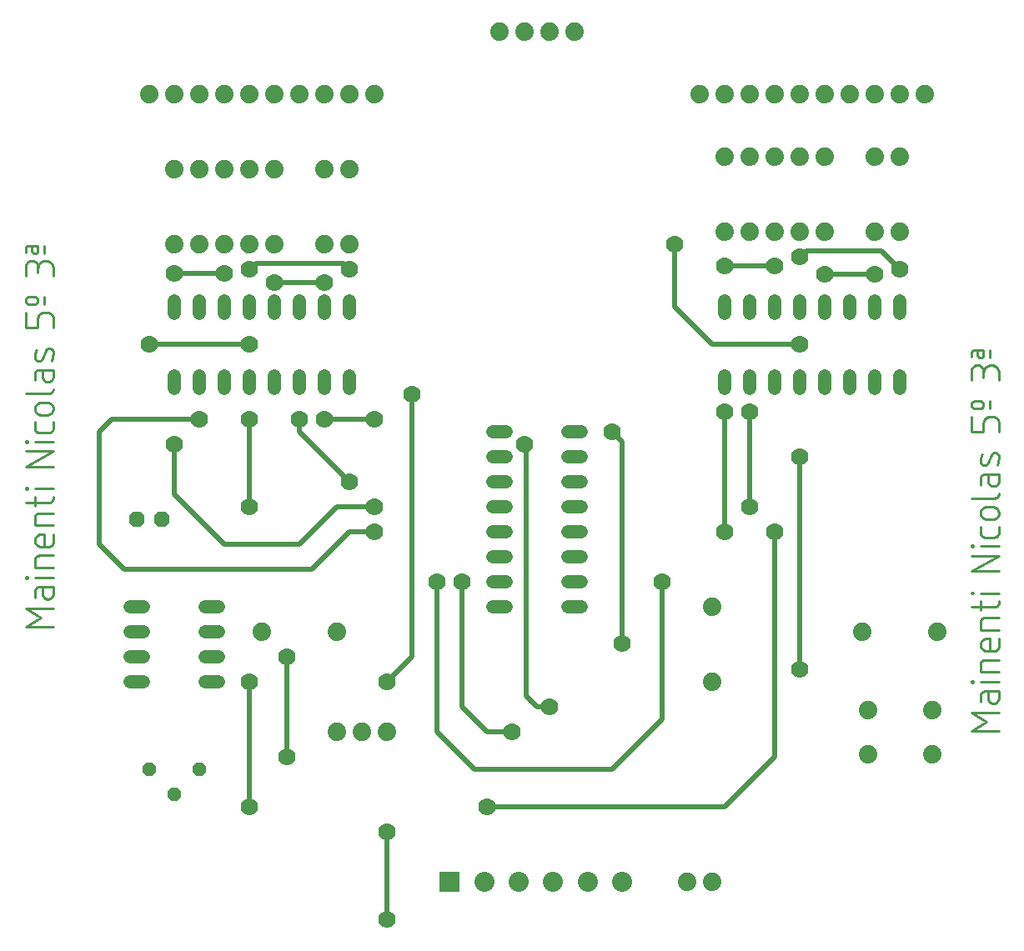
<source format=gbr>
G04 EAGLE Gerber RS-274X export*
G75*
%MOMM*%
%FSLAX34Y34*%
%LPD*%
%INTop Copper*%
%IPPOS*%
%AMOC8*
5,1,8,0,0,1.08239X$1,22.5*%
G01*
%ADD10C,0.254000*%
%ADD11C,1.320800*%
%ADD12P,1.732040X8X22.500000*%
%ADD13C,1.879600*%
%ADD14R,2.032000X2.032000*%
%ADD15C,2.032000*%
%ADD16P,1.429621X8X202.500000*%
%ADD17C,1.778000*%
%ADD18C,0.508000*%


D10*
X1268730Y242570D02*
X1240790Y242570D01*
X1256312Y251883D01*
X1240790Y261197D01*
X1268730Y261197D01*
X1257864Y275774D02*
X1257864Y282759D01*
X1257864Y275774D02*
X1257866Y275628D01*
X1257872Y275482D01*
X1257882Y275337D01*
X1257895Y275192D01*
X1257913Y275047D01*
X1257934Y274902D01*
X1257960Y274759D01*
X1257989Y274616D01*
X1258022Y274474D01*
X1258059Y274333D01*
X1258099Y274193D01*
X1258144Y274054D01*
X1258192Y273916D01*
X1258243Y273779D01*
X1258299Y273644D01*
X1258358Y273511D01*
X1258420Y273379D01*
X1258486Y273249D01*
X1258556Y273121D01*
X1258629Y272995D01*
X1258705Y272870D01*
X1258785Y272748D01*
X1258868Y272628D01*
X1258954Y272510D01*
X1259043Y272395D01*
X1259135Y272282D01*
X1259230Y272171D01*
X1259329Y272063D01*
X1259430Y271958D01*
X1259533Y271856D01*
X1259640Y271756D01*
X1259749Y271659D01*
X1259861Y271566D01*
X1259975Y271475D01*
X1260092Y271387D01*
X1260211Y271303D01*
X1260332Y271221D01*
X1260455Y271144D01*
X1260581Y271069D01*
X1260708Y270998D01*
X1260837Y270930D01*
X1260968Y270866D01*
X1261101Y270805D01*
X1261235Y270748D01*
X1261370Y270694D01*
X1261508Y270644D01*
X1261646Y270598D01*
X1261785Y270556D01*
X1261926Y270517D01*
X1262068Y270482D01*
X1262210Y270451D01*
X1262354Y270424D01*
X1262498Y270400D01*
X1262642Y270381D01*
X1262787Y270365D01*
X1262933Y270353D01*
X1263078Y270345D01*
X1263224Y270341D01*
X1263370Y270341D01*
X1263516Y270345D01*
X1263661Y270353D01*
X1263807Y270365D01*
X1263952Y270381D01*
X1264096Y270400D01*
X1264240Y270424D01*
X1264384Y270451D01*
X1264526Y270482D01*
X1264668Y270517D01*
X1264809Y270556D01*
X1264948Y270598D01*
X1265086Y270644D01*
X1265224Y270694D01*
X1265359Y270748D01*
X1265493Y270805D01*
X1265626Y270866D01*
X1265757Y270930D01*
X1265886Y270998D01*
X1266014Y271069D01*
X1266139Y271144D01*
X1266262Y271221D01*
X1266383Y271303D01*
X1266502Y271387D01*
X1266619Y271475D01*
X1266733Y271566D01*
X1266845Y271659D01*
X1266954Y271756D01*
X1267061Y271856D01*
X1267164Y271958D01*
X1267265Y272063D01*
X1267364Y272171D01*
X1267459Y272282D01*
X1267551Y272395D01*
X1267640Y272510D01*
X1267726Y272628D01*
X1267809Y272748D01*
X1267889Y272870D01*
X1267965Y272995D01*
X1268038Y273121D01*
X1268108Y273249D01*
X1268174Y273379D01*
X1268236Y273511D01*
X1268295Y273644D01*
X1268351Y273779D01*
X1268402Y273916D01*
X1268450Y274054D01*
X1268495Y274193D01*
X1268535Y274333D01*
X1268572Y274474D01*
X1268605Y274616D01*
X1268634Y274759D01*
X1268660Y274902D01*
X1268681Y275047D01*
X1268699Y275192D01*
X1268712Y275337D01*
X1268722Y275482D01*
X1268728Y275628D01*
X1268730Y275774D01*
X1268730Y282759D01*
X1254760Y282759D01*
X1254760Y282760D02*
X1254625Y282758D01*
X1254489Y282752D01*
X1254354Y282742D01*
X1254219Y282729D01*
X1254085Y282711D01*
X1253951Y282689D01*
X1253818Y282664D01*
X1253686Y282634D01*
X1253555Y282601D01*
X1253424Y282564D01*
X1253295Y282524D01*
X1253167Y282479D01*
X1253041Y282431D01*
X1252915Y282379D01*
X1252792Y282324D01*
X1252670Y282265D01*
X1252550Y282202D01*
X1252432Y282136D01*
X1252315Y282067D01*
X1252201Y281994D01*
X1252089Y281918D01*
X1251979Y281838D01*
X1251872Y281756D01*
X1251767Y281670D01*
X1251664Y281582D01*
X1251564Y281490D01*
X1251467Y281396D01*
X1251373Y281299D01*
X1251281Y281199D01*
X1251193Y281096D01*
X1251107Y280991D01*
X1251025Y280884D01*
X1250945Y280774D01*
X1250869Y280662D01*
X1250796Y280548D01*
X1250727Y280432D01*
X1250661Y280313D01*
X1250598Y280193D01*
X1250539Y280071D01*
X1250484Y279948D01*
X1250432Y279822D01*
X1250384Y279696D01*
X1250339Y279568D01*
X1250299Y279439D01*
X1250262Y279308D01*
X1250229Y279177D01*
X1250199Y279045D01*
X1250174Y278912D01*
X1250152Y278778D01*
X1250134Y278644D01*
X1250121Y278509D01*
X1250111Y278374D01*
X1250105Y278238D01*
X1250103Y278103D01*
X1250103Y271894D01*
X1250103Y292502D02*
X1268730Y292502D01*
X1242342Y291726D02*
X1240790Y291726D01*
X1240790Y293278D01*
X1242342Y293278D01*
X1242342Y291726D01*
X1250103Y302222D02*
X1268730Y302222D01*
X1250103Y302222D02*
X1250103Y309983D01*
X1250105Y310118D01*
X1250111Y310254D01*
X1250121Y310389D01*
X1250134Y310524D01*
X1250152Y310658D01*
X1250174Y310792D01*
X1250199Y310925D01*
X1250229Y311057D01*
X1250262Y311188D01*
X1250299Y311319D01*
X1250339Y311448D01*
X1250384Y311576D01*
X1250432Y311702D01*
X1250484Y311828D01*
X1250539Y311951D01*
X1250598Y312073D01*
X1250661Y312193D01*
X1250727Y312312D01*
X1250796Y312428D01*
X1250869Y312542D01*
X1250945Y312654D01*
X1251025Y312764D01*
X1251107Y312871D01*
X1251193Y312976D01*
X1251281Y313079D01*
X1251373Y313179D01*
X1251467Y313276D01*
X1251564Y313370D01*
X1251664Y313462D01*
X1251767Y313550D01*
X1251872Y313636D01*
X1251979Y313718D01*
X1252089Y313798D01*
X1252201Y313874D01*
X1252315Y313947D01*
X1252432Y314016D01*
X1252550Y314082D01*
X1252670Y314145D01*
X1252792Y314204D01*
X1252915Y314259D01*
X1253041Y314311D01*
X1253167Y314359D01*
X1253295Y314404D01*
X1253424Y314444D01*
X1253555Y314481D01*
X1253686Y314514D01*
X1253818Y314544D01*
X1253951Y314569D01*
X1254085Y314591D01*
X1254219Y314609D01*
X1254354Y314622D01*
X1254489Y314632D01*
X1254625Y314638D01*
X1254760Y314640D01*
X1254760Y314639D02*
X1268730Y314639D01*
X1268730Y328382D02*
X1268730Y336143D01*
X1268730Y328382D02*
X1268728Y328247D01*
X1268722Y328111D01*
X1268712Y327976D01*
X1268699Y327841D01*
X1268681Y327707D01*
X1268659Y327573D01*
X1268634Y327440D01*
X1268604Y327308D01*
X1268571Y327177D01*
X1268534Y327046D01*
X1268494Y326917D01*
X1268449Y326789D01*
X1268401Y326663D01*
X1268349Y326537D01*
X1268294Y326414D01*
X1268235Y326292D01*
X1268172Y326172D01*
X1268106Y326054D01*
X1268037Y325937D01*
X1267964Y325823D01*
X1267888Y325711D01*
X1267808Y325601D01*
X1267726Y325494D01*
X1267640Y325389D01*
X1267552Y325286D01*
X1267460Y325186D01*
X1267366Y325089D01*
X1267269Y324995D01*
X1267169Y324903D01*
X1267066Y324815D01*
X1266961Y324729D01*
X1266854Y324647D01*
X1266744Y324567D01*
X1266632Y324491D01*
X1266518Y324418D01*
X1266402Y324349D01*
X1266283Y324283D01*
X1266163Y324220D01*
X1266041Y324161D01*
X1265918Y324106D01*
X1265792Y324054D01*
X1265666Y324006D01*
X1265538Y323961D01*
X1265409Y323921D01*
X1265278Y323884D01*
X1265147Y323851D01*
X1265015Y323821D01*
X1264882Y323796D01*
X1264748Y323774D01*
X1264614Y323756D01*
X1264479Y323743D01*
X1264344Y323733D01*
X1264208Y323727D01*
X1264073Y323725D01*
X1264073Y323726D02*
X1256312Y323726D01*
X1256312Y323725D02*
X1256156Y323727D01*
X1256000Y323733D01*
X1255844Y323743D01*
X1255689Y323756D01*
X1255534Y323774D01*
X1255379Y323795D01*
X1255225Y323821D01*
X1255072Y323850D01*
X1254920Y323883D01*
X1254768Y323920D01*
X1254617Y323961D01*
X1254468Y324005D01*
X1254319Y324053D01*
X1254172Y324105D01*
X1254026Y324161D01*
X1253882Y324220D01*
X1253739Y324283D01*
X1253598Y324350D01*
X1253458Y324420D01*
X1253321Y324493D01*
X1253185Y324570D01*
X1253051Y324650D01*
X1252919Y324734D01*
X1252790Y324821D01*
X1252662Y324911D01*
X1252537Y325004D01*
X1252415Y325101D01*
X1252294Y325200D01*
X1252177Y325302D01*
X1252062Y325408D01*
X1251949Y325516D01*
X1251840Y325627D01*
X1251733Y325741D01*
X1251629Y325857D01*
X1251528Y325976D01*
X1251430Y326098D01*
X1251335Y326222D01*
X1251243Y326348D01*
X1251155Y326476D01*
X1251070Y326607D01*
X1250988Y326740D01*
X1250909Y326875D01*
X1250834Y327011D01*
X1250762Y327150D01*
X1250694Y327290D01*
X1250629Y327432D01*
X1250568Y327576D01*
X1250511Y327721D01*
X1250457Y327868D01*
X1250407Y328015D01*
X1250361Y328164D01*
X1250318Y328314D01*
X1250279Y328466D01*
X1250244Y328618D01*
X1250213Y328771D01*
X1250186Y328924D01*
X1250162Y329078D01*
X1250143Y329233D01*
X1250127Y329389D01*
X1250115Y329544D01*
X1250107Y329700D01*
X1250103Y329856D01*
X1250103Y330012D01*
X1250107Y330168D01*
X1250115Y330324D01*
X1250127Y330479D01*
X1250143Y330635D01*
X1250162Y330790D01*
X1250186Y330944D01*
X1250213Y331097D01*
X1250244Y331250D01*
X1250279Y331402D01*
X1250318Y331554D01*
X1250361Y331704D01*
X1250407Y331853D01*
X1250457Y332000D01*
X1250511Y332147D01*
X1250568Y332292D01*
X1250629Y332436D01*
X1250694Y332578D01*
X1250762Y332718D01*
X1250834Y332857D01*
X1250909Y332993D01*
X1250988Y333128D01*
X1251070Y333261D01*
X1251155Y333392D01*
X1251243Y333520D01*
X1251335Y333646D01*
X1251430Y333770D01*
X1251528Y333892D01*
X1251629Y334011D01*
X1251733Y334127D01*
X1251840Y334241D01*
X1251949Y334352D01*
X1252062Y334460D01*
X1252177Y334566D01*
X1252294Y334668D01*
X1252415Y334767D01*
X1252537Y334864D01*
X1252662Y334957D01*
X1252790Y335047D01*
X1252919Y335134D01*
X1253051Y335218D01*
X1253185Y335298D01*
X1253321Y335375D01*
X1253458Y335448D01*
X1253598Y335518D01*
X1253739Y335585D01*
X1253882Y335648D01*
X1254026Y335707D01*
X1254172Y335763D01*
X1254319Y335815D01*
X1254468Y335863D01*
X1254617Y335907D01*
X1254768Y335948D01*
X1254920Y335985D01*
X1255072Y336018D01*
X1255225Y336047D01*
X1255379Y336073D01*
X1255534Y336094D01*
X1255689Y336112D01*
X1255844Y336125D01*
X1256000Y336135D01*
X1256156Y336141D01*
X1256312Y336143D01*
X1259417Y336143D01*
X1259417Y323726D01*
X1268730Y345229D02*
X1250103Y345229D01*
X1250103Y352991D01*
X1250105Y353126D01*
X1250111Y353262D01*
X1250121Y353397D01*
X1250134Y353532D01*
X1250152Y353666D01*
X1250174Y353800D01*
X1250199Y353933D01*
X1250229Y354065D01*
X1250262Y354196D01*
X1250299Y354327D01*
X1250339Y354456D01*
X1250384Y354584D01*
X1250432Y354710D01*
X1250484Y354836D01*
X1250539Y354959D01*
X1250598Y355081D01*
X1250661Y355201D01*
X1250727Y355320D01*
X1250796Y355436D01*
X1250869Y355550D01*
X1250945Y355662D01*
X1251025Y355772D01*
X1251107Y355879D01*
X1251193Y355984D01*
X1251281Y356087D01*
X1251373Y356187D01*
X1251467Y356284D01*
X1251564Y356378D01*
X1251664Y356470D01*
X1251767Y356558D01*
X1251872Y356644D01*
X1251979Y356726D01*
X1252089Y356806D01*
X1252201Y356882D01*
X1252315Y356955D01*
X1252432Y357024D01*
X1252550Y357090D01*
X1252670Y357153D01*
X1252792Y357212D01*
X1252915Y357267D01*
X1253041Y357319D01*
X1253167Y357367D01*
X1253295Y357412D01*
X1253424Y357452D01*
X1253555Y357489D01*
X1253686Y357522D01*
X1253818Y357552D01*
X1253951Y357577D01*
X1254085Y357599D01*
X1254219Y357617D01*
X1254354Y357630D01*
X1254489Y357640D01*
X1254625Y357646D01*
X1254760Y357648D01*
X1254760Y357647D02*
X1268730Y357647D01*
X1250103Y365061D02*
X1250103Y374375D01*
X1240790Y368166D02*
X1264073Y368166D01*
X1264073Y368165D02*
X1264208Y368167D01*
X1264344Y368173D01*
X1264479Y368183D01*
X1264614Y368196D01*
X1264748Y368214D01*
X1264882Y368236D01*
X1265015Y368261D01*
X1265147Y368291D01*
X1265278Y368324D01*
X1265409Y368361D01*
X1265538Y368401D01*
X1265666Y368446D01*
X1265792Y368494D01*
X1265918Y368546D01*
X1266041Y368601D01*
X1266163Y368660D01*
X1266283Y368723D01*
X1266402Y368789D01*
X1266518Y368858D01*
X1266632Y368931D01*
X1266744Y369007D01*
X1266854Y369087D01*
X1266961Y369169D01*
X1267066Y369255D01*
X1267169Y369343D01*
X1267269Y369435D01*
X1267366Y369529D01*
X1267460Y369626D01*
X1267552Y369726D01*
X1267640Y369829D01*
X1267726Y369934D01*
X1267808Y370041D01*
X1267888Y370151D01*
X1267964Y370263D01*
X1268037Y370377D01*
X1268106Y370494D01*
X1268172Y370612D01*
X1268235Y370732D01*
X1268294Y370854D01*
X1268349Y370977D01*
X1268401Y371103D01*
X1268449Y371229D01*
X1268494Y371357D01*
X1268534Y371486D01*
X1268571Y371617D01*
X1268604Y371748D01*
X1268634Y371880D01*
X1268659Y372013D01*
X1268681Y372147D01*
X1268699Y372281D01*
X1268712Y372416D01*
X1268722Y372551D01*
X1268728Y372687D01*
X1268730Y372822D01*
X1268730Y374375D01*
X1268730Y382499D02*
X1250103Y382499D01*
X1242342Y381723D02*
X1240790Y381723D01*
X1240790Y383276D01*
X1242342Y383276D01*
X1242342Y381723D01*
X1240790Y405003D02*
X1268730Y405003D01*
X1268730Y420525D02*
X1240790Y405003D01*
X1240790Y420525D02*
X1268730Y420525D01*
X1268730Y430286D02*
X1250103Y430286D01*
X1242342Y429510D02*
X1240790Y429510D01*
X1240790Y431062D01*
X1242342Y431062D01*
X1242342Y429510D01*
X1268730Y443873D02*
X1268730Y450082D01*
X1268730Y443873D02*
X1268728Y443738D01*
X1268722Y443602D01*
X1268712Y443467D01*
X1268699Y443332D01*
X1268681Y443198D01*
X1268659Y443064D01*
X1268634Y442931D01*
X1268604Y442799D01*
X1268571Y442668D01*
X1268534Y442537D01*
X1268494Y442408D01*
X1268449Y442280D01*
X1268401Y442154D01*
X1268349Y442028D01*
X1268294Y441905D01*
X1268235Y441783D01*
X1268172Y441663D01*
X1268106Y441545D01*
X1268037Y441428D01*
X1267964Y441314D01*
X1267888Y441202D01*
X1267808Y441092D01*
X1267726Y440985D01*
X1267640Y440880D01*
X1267552Y440777D01*
X1267460Y440677D01*
X1267366Y440580D01*
X1267269Y440486D01*
X1267169Y440394D01*
X1267066Y440306D01*
X1266961Y440220D01*
X1266854Y440138D01*
X1266744Y440058D01*
X1266632Y439982D01*
X1266518Y439909D01*
X1266402Y439840D01*
X1266283Y439774D01*
X1266163Y439711D01*
X1266041Y439652D01*
X1265918Y439597D01*
X1265792Y439545D01*
X1265666Y439497D01*
X1265538Y439452D01*
X1265409Y439412D01*
X1265278Y439375D01*
X1265147Y439342D01*
X1265015Y439312D01*
X1264882Y439287D01*
X1264748Y439265D01*
X1264614Y439247D01*
X1264479Y439234D01*
X1264344Y439224D01*
X1264208Y439218D01*
X1264073Y439216D01*
X1264073Y439217D02*
X1254760Y439217D01*
X1254760Y439216D02*
X1254625Y439218D01*
X1254489Y439224D01*
X1254354Y439234D01*
X1254219Y439247D01*
X1254085Y439265D01*
X1253951Y439287D01*
X1253818Y439312D01*
X1253686Y439342D01*
X1253555Y439375D01*
X1253424Y439412D01*
X1253295Y439452D01*
X1253167Y439497D01*
X1253041Y439545D01*
X1252915Y439597D01*
X1252792Y439652D01*
X1252670Y439711D01*
X1252550Y439774D01*
X1252432Y439840D01*
X1252315Y439909D01*
X1252201Y439982D01*
X1252089Y440058D01*
X1251979Y440138D01*
X1251872Y440220D01*
X1251767Y440306D01*
X1251664Y440394D01*
X1251564Y440486D01*
X1251467Y440580D01*
X1251373Y440677D01*
X1251281Y440777D01*
X1251193Y440880D01*
X1251107Y440985D01*
X1251025Y441092D01*
X1250945Y441202D01*
X1250869Y441314D01*
X1250796Y441428D01*
X1250727Y441545D01*
X1250661Y441663D01*
X1250598Y441783D01*
X1250539Y441905D01*
X1250484Y442028D01*
X1250432Y442154D01*
X1250384Y442280D01*
X1250339Y442408D01*
X1250299Y442537D01*
X1250262Y442668D01*
X1250229Y442799D01*
X1250199Y442931D01*
X1250174Y443064D01*
X1250152Y443198D01*
X1250134Y443332D01*
X1250121Y443467D01*
X1250111Y443602D01*
X1250105Y443738D01*
X1250103Y443873D01*
X1250103Y450082D01*
X1256312Y457528D02*
X1262521Y457528D01*
X1256312Y457527D02*
X1256156Y457529D01*
X1256000Y457535D01*
X1255844Y457545D01*
X1255689Y457558D01*
X1255534Y457576D01*
X1255379Y457597D01*
X1255225Y457623D01*
X1255072Y457652D01*
X1254920Y457685D01*
X1254768Y457722D01*
X1254617Y457763D01*
X1254468Y457807D01*
X1254319Y457855D01*
X1254172Y457907D01*
X1254026Y457963D01*
X1253882Y458022D01*
X1253739Y458085D01*
X1253598Y458152D01*
X1253458Y458222D01*
X1253321Y458295D01*
X1253185Y458372D01*
X1253051Y458452D01*
X1252919Y458536D01*
X1252790Y458623D01*
X1252662Y458713D01*
X1252537Y458806D01*
X1252415Y458903D01*
X1252294Y459002D01*
X1252177Y459104D01*
X1252062Y459210D01*
X1251949Y459318D01*
X1251840Y459429D01*
X1251733Y459543D01*
X1251629Y459659D01*
X1251528Y459778D01*
X1251430Y459900D01*
X1251335Y460024D01*
X1251243Y460150D01*
X1251155Y460278D01*
X1251070Y460409D01*
X1250988Y460542D01*
X1250909Y460677D01*
X1250834Y460813D01*
X1250762Y460952D01*
X1250694Y461092D01*
X1250629Y461234D01*
X1250568Y461378D01*
X1250511Y461523D01*
X1250457Y461670D01*
X1250407Y461817D01*
X1250361Y461966D01*
X1250318Y462116D01*
X1250279Y462268D01*
X1250244Y462420D01*
X1250213Y462573D01*
X1250186Y462726D01*
X1250162Y462880D01*
X1250143Y463035D01*
X1250127Y463191D01*
X1250115Y463346D01*
X1250107Y463502D01*
X1250103Y463658D01*
X1250103Y463814D01*
X1250107Y463970D01*
X1250115Y464126D01*
X1250127Y464281D01*
X1250143Y464437D01*
X1250162Y464592D01*
X1250186Y464746D01*
X1250213Y464899D01*
X1250244Y465052D01*
X1250279Y465204D01*
X1250318Y465356D01*
X1250361Y465506D01*
X1250407Y465655D01*
X1250457Y465802D01*
X1250511Y465949D01*
X1250568Y466094D01*
X1250629Y466238D01*
X1250694Y466380D01*
X1250762Y466520D01*
X1250834Y466659D01*
X1250909Y466795D01*
X1250988Y466930D01*
X1251070Y467063D01*
X1251155Y467194D01*
X1251243Y467322D01*
X1251335Y467448D01*
X1251430Y467572D01*
X1251528Y467694D01*
X1251629Y467813D01*
X1251733Y467929D01*
X1251840Y468043D01*
X1251949Y468154D01*
X1252062Y468262D01*
X1252177Y468368D01*
X1252294Y468470D01*
X1252415Y468569D01*
X1252537Y468666D01*
X1252662Y468759D01*
X1252790Y468849D01*
X1252919Y468936D01*
X1253051Y469020D01*
X1253185Y469100D01*
X1253321Y469177D01*
X1253458Y469250D01*
X1253598Y469320D01*
X1253739Y469387D01*
X1253882Y469450D01*
X1254026Y469509D01*
X1254172Y469565D01*
X1254319Y469617D01*
X1254468Y469665D01*
X1254617Y469709D01*
X1254768Y469750D01*
X1254920Y469787D01*
X1255072Y469820D01*
X1255225Y469849D01*
X1255379Y469875D01*
X1255534Y469896D01*
X1255689Y469914D01*
X1255844Y469927D01*
X1256000Y469937D01*
X1256156Y469943D01*
X1256312Y469945D01*
X1262521Y469945D01*
X1262677Y469943D01*
X1262833Y469937D01*
X1262989Y469927D01*
X1263144Y469914D01*
X1263299Y469896D01*
X1263454Y469875D01*
X1263608Y469849D01*
X1263761Y469820D01*
X1263913Y469787D01*
X1264065Y469750D01*
X1264216Y469709D01*
X1264365Y469665D01*
X1264514Y469617D01*
X1264661Y469565D01*
X1264807Y469509D01*
X1264951Y469450D01*
X1265094Y469387D01*
X1265235Y469320D01*
X1265375Y469250D01*
X1265512Y469177D01*
X1265648Y469100D01*
X1265782Y469020D01*
X1265914Y468936D01*
X1266043Y468849D01*
X1266171Y468759D01*
X1266296Y468666D01*
X1266418Y468569D01*
X1266539Y468470D01*
X1266656Y468368D01*
X1266771Y468262D01*
X1266884Y468154D01*
X1266993Y468043D01*
X1267100Y467929D01*
X1267204Y467813D01*
X1267305Y467694D01*
X1267403Y467572D01*
X1267498Y467448D01*
X1267590Y467322D01*
X1267678Y467194D01*
X1267763Y467063D01*
X1267845Y466930D01*
X1267924Y466795D01*
X1267999Y466659D01*
X1268071Y466520D01*
X1268139Y466380D01*
X1268204Y466238D01*
X1268265Y466094D01*
X1268322Y465949D01*
X1268376Y465802D01*
X1268426Y465655D01*
X1268472Y465506D01*
X1268515Y465356D01*
X1268554Y465204D01*
X1268589Y465052D01*
X1268620Y464899D01*
X1268647Y464746D01*
X1268671Y464592D01*
X1268690Y464437D01*
X1268706Y464281D01*
X1268718Y464126D01*
X1268726Y463970D01*
X1268730Y463814D01*
X1268730Y463658D01*
X1268726Y463502D01*
X1268718Y463346D01*
X1268706Y463191D01*
X1268690Y463035D01*
X1268671Y462880D01*
X1268647Y462726D01*
X1268620Y462573D01*
X1268589Y462420D01*
X1268554Y462268D01*
X1268515Y462116D01*
X1268472Y461966D01*
X1268426Y461817D01*
X1268376Y461670D01*
X1268322Y461523D01*
X1268265Y461378D01*
X1268204Y461234D01*
X1268139Y461092D01*
X1268071Y460952D01*
X1267999Y460813D01*
X1267924Y460677D01*
X1267845Y460542D01*
X1267763Y460409D01*
X1267678Y460278D01*
X1267590Y460150D01*
X1267498Y460024D01*
X1267403Y459900D01*
X1267305Y459778D01*
X1267204Y459659D01*
X1267100Y459543D01*
X1266993Y459429D01*
X1266884Y459318D01*
X1266771Y459210D01*
X1266656Y459104D01*
X1266539Y459002D01*
X1266418Y458903D01*
X1266296Y458806D01*
X1266171Y458713D01*
X1266043Y458623D01*
X1265914Y458536D01*
X1265782Y458452D01*
X1265648Y458372D01*
X1265512Y458295D01*
X1265375Y458222D01*
X1265235Y458152D01*
X1265094Y458085D01*
X1264951Y458022D01*
X1264807Y457963D01*
X1264661Y457907D01*
X1264514Y457855D01*
X1264365Y457807D01*
X1264216Y457763D01*
X1264065Y457722D01*
X1263913Y457685D01*
X1263761Y457652D01*
X1263608Y457623D01*
X1263454Y457597D01*
X1263299Y457576D01*
X1263144Y457558D01*
X1262989Y457545D01*
X1262833Y457535D01*
X1262677Y457529D01*
X1262521Y457527D01*
X1264073Y478950D02*
X1240790Y478950D01*
X1264073Y478949D02*
X1264208Y478951D01*
X1264344Y478957D01*
X1264479Y478967D01*
X1264614Y478980D01*
X1264748Y478998D01*
X1264882Y479020D01*
X1265015Y479045D01*
X1265147Y479075D01*
X1265278Y479108D01*
X1265409Y479145D01*
X1265538Y479185D01*
X1265666Y479230D01*
X1265792Y479278D01*
X1265918Y479330D01*
X1266041Y479385D01*
X1266163Y479444D01*
X1266283Y479507D01*
X1266402Y479573D01*
X1266518Y479642D01*
X1266632Y479715D01*
X1266744Y479791D01*
X1266854Y479871D01*
X1266961Y479953D01*
X1267066Y480039D01*
X1267169Y480127D01*
X1267269Y480219D01*
X1267366Y480313D01*
X1267460Y480410D01*
X1267552Y480510D01*
X1267640Y480613D01*
X1267726Y480718D01*
X1267808Y480825D01*
X1267888Y480935D01*
X1267964Y481047D01*
X1268037Y481161D01*
X1268106Y481278D01*
X1268172Y481396D01*
X1268235Y481516D01*
X1268294Y481638D01*
X1268349Y481761D01*
X1268401Y481887D01*
X1268449Y482013D01*
X1268494Y482141D01*
X1268534Y482270D01*
X1268571Y482401D01*
X1268604Y482532D01*
X1268634Y482664D01*
X1268659Y482797D01*
X1268681Y482931D01*
X1268699Y483065D01*
X1268712Y483200D01*
X1268722Y483335D01*
X1268728Y483471D01*
X1268730Y483606D01*
X1257864Y496388D02*
X1257864Y503373D01*
X1257864Y496388D02*
X1257866Y496242D01*
X1257872Y496096D01*
X1257882Y495951D01*
X1257895Y495806D01*
X1257913Y495661D01*
X1257934Y495516D01*
X1257960Y495373D01*
X1257989Y495230D01*
X1258022Y495088D01*
X1258059Y494947D01*
X1258099Y494807D01*
X1258144Y494668D01*
X1258192Y494530D01*
X1258243Y494393D01*
X1258299Y494258D01*
X1258358Y494125D01*
X1258420Y493993D01*
X1258486Y493863D01*
X1258556Y493735D01*
X1258629Y493609D01*
X1258705Y493484D01*
X1258785Y493362D01*
X1258868Y493242D01*
X1258954Y493124D01*
X1259043Y493009D01*
X1259135Y492896D01*
X1259230Y492785D01*
X1259329Y492677D01*
X1259430Y492572D01*
X1259533Y492470D01*
X1259640Y492370D01*
X1259749Y492273D01*
X1259861Y492180D01*
X1259975Y492089D01*
X1260092Y492001D01*
X1260211Y491917D01*
X1260332Y491835D01*
X1260455Y491758D01*
X1260581Y491683D01*
X1260708Y491612D01*
X1260837Y491544D01*
X1260968Y491480D01*
X1261101Y491419D01*
X1261235Y491362D01*
X1261370Y491308D01*
X1261508Y491258D01*
X1261646Y491212D01*
X1261785Y491170D01*
X1261926Y491131D01*
X1262068Y491096D01*
X1262210Y491065D01*
X1262354Y491038D01*
X1262498Y491014D01*
X1262642Y490995D01*
X1262787Y490979D01*
X1262933Y490967D01*
X1263078Y490959D01*
X1263224Y490955D01*
X1263370Y490955D01*
X1263516Y490959D01*
X1263661Y490967D01*
X1263807Y490979D01*
X1263952Y490995D01*
X1264096Y491014D01*
X1264240Y491038D01*
X1264384Y491065D01*
X1264526Y491096D01*
X1264668Y491131D01*
X1264809Y491170D01*
X1264948Y491212D01*
X1265086Y491258D01*
X1265224Y491308D01*
X1265359Y491362D01*
X1265493Y491419D01*
X1265626Y491480D01*
X1265757Y491544D01*
X1265886Y491612D01*
X1266014Y491683D01*
X1266139Y491758D01*
X1266262Y491835D01*
X1266383Y491917D01*
X1266502Y492001D01*
X1266619Y492089D01*
X1266733Y492180D01*
X1266845Y492273D01*
X1266954Y492370D01*
X1267061Y492470D01*
X1267164Y492572D01*
X1267265Y492677D01*
X1267364Y492785D01*
X1267459Y492896D01*
X1267551Y493009D01*
X1267640Y493124D01*
X1267726Y493242D01*
X1267809Y493362D01*
X1267889Y493484D01*
X1267965Y493609D01*
X1268038Y493735D01*
X1268108Y493863D01*
X1268174Y493993D01*
X1268236Y494125D01*
X1268295Y494258D01*
X1268351Y494393D01*
X1268402Y494530D01*
X1268450Y494668D01*
X1268495Y494807D01*
X1268535Y494947D01*
X1268572Y495088D01*
X1268605Y495230D01*
X1268634Y495373D01*
X1268660Y495516D01*
X1268681Y495661D01*
X1268699Y495806D01*
X1268712Y495951D01*
X1268722Y496096D01*
X1268728Y496242D01*
X1268730Y496388D01*
X1268730Y503373D01*
X1254760Y503373D01*
X1254625Y503371D01*
X1254489Y503365D01*
X1254354Y503355D01*
X1254219Y503342D01*
X1254085Y503324D01*
X1253951Y503302D01*
X1253818Y503277D01*
X1253686Y503247D01*
X1253555Y503214D01*
X1253424Y503177D01*
X1253295Y503137D01*
X1253167Y503092D01*
X1253041Y503044D01*
X1252915Y502992D01*
X1252792Y502937D01*
X1252670Y502878D01*
X1252550Y502815D01*
X1252432Y502749D01*
X1252315Y502680D01*
X1252201Y502607D01*
X1252089Y502531D01*
X1251979Y502451D01*
X1251872Y502369D01*
X1251767Y502283D01*
X1251664Y502195D01*
X1251564Y502103D01*
X1251467Y502009D01*
X1251373Y501912D01*
X1251281Y501812D01*
X1251193Y501709D01*
X1251107Y501604D01*
X1251025Y501497D01*
X1250945Y501387D01*
X1250869Y501275D01*
X1250796Y501161D01*
X1250727Y501045D01*
X1250661Y500926D01*
X1250598Y500806D01*
X1250539Y500684D01*
X1250484Y500561D01*
X1250432Y500435D01*
X1250384Y500309D01*
X1250339Y500181D01*
X1250299Y500052D01*
X1250262Y499921D01*
X1250229Y499790D01*
X1250199Y499658D01*
X1250174Y499525D01*
X1250152Y499391D01*
X1250134Y499257D01*
X1250121Y499122D01*
X1250111Y498987D01*
X1250105Y498851D01*
X1250103Y498716D01*
X1250103Y492508D01*
X1257864Y514810D02*
X1260969Y522571D01*
X1257865Y514810D02*
X1257817Y514694D01*
X1257765Y514580D01*
X1257709Y514468D01*
X1257650Y514357D01*
X1257588Y514248D01*
X1257522Y514141D01*
X1257453Y514036D01*
X1257380Y513934D01*
X1257305Y513834D01*
X1257226Y513736D01*
X1257145Y513640D01*
X1257060Y513548D01*
X1256973Y513457D01*
X1256883Y513370D01*
X1256790Y513286D01*
X1256694Y513204D01*
X1256596Y513126D01*
X1256496Y513050D01*
X1256393Y512978D01*
X1256289Y512909D01*
X1256182Y512843D01*
X1256073Y512781D01*
X1255962Y512722D01*
X1255849Y512667D01*
X1255735Y512615D01*
X1255619Y512566D01*
X1255502Y512522D01*
X1255383Y512481D01*
X1255263Y512443D01*
X1255142Y512410D01*
X1255020Y512380D01*
X1254898Y512354D01*
X1254774Y512332D01*
X1254650Y512314D01*
X1254525Y512300D01*
X1254400Y512289D01*
X1254275Y512283D01*
X1254149Y512280D01*
X1254024Y512281D01*
X1253898Y512287D01*
X1253773Y512296D01*
X1253648Y512309D01*
X1253524Y512326D01*
X1253400Y512346D01*
X1253277Y512371D01*
X1253155Y512399D01*
X1253034Y512432D01*
X1252913Y512468D01*
X1252794Y512507D01*
X1252677Y512551D01*
X1252560Y512598D01*
X1252445Y512649D01*
X1252332Y512703D01*
X1252221Y512761D01*
X1252111Y512822D01*
X1252004Y512886D01*
X1251898Y512954D01*
X1251795Y513025D01*
X1251694Y513100D01*
X1251595Y513177D01*
X1251498Y513258D01*
X1251405Y513341D01*
X1251314Y513427D01*
X1251225Y513517D01*
X1251140Y513608D01*
X1251057Y513703D01*
X1250978Y513800D01*
X1250901Y513899D01*
X1250828Y514001D01*
X1250757Y514105D01*
X1250690Y514211D01*
X1250627Y514320D01*
X1250567Y514430D01*
X1250510Y514542D01*
X1250457Y514655D01*
X1250407Y514771D01*
X1250361Y514887D01*
X1250319Y515006D01*
X1250280Y515125D01*
X1250245Y515245D01*
X1250214Y515367D01*
X1250186Y515490D01*
X1250163Y515613D01*
X1250143Y515737D01*
X1250128Y515861D01*
X1250116Y515986D01*
X1250108Y516112D01*
X1250104Y516237D01*
X1250103Y516363D01*
X1250104Y516363D02*
X1250115Y516787D01*
X1250136Y517210D01*
X1250168Y517632D01*
X1250209Y518054D01*
X1250261Y518475D01*
X1250323Y518894D01*
X1250395Y519312D01*
X1250477Y519728D01*
X1250569Y520141D01*
X1250671Y520553D01*
X1250783Y520962D01*
X1250904Y521368D01*
X1251035Y521771D01*
X1251176Y522170D01*
X1251327Y522567D01*
X1251487Y522959D01*
X1251656Y523348D01*
X1260969Y522572D02*
X1261017Y522688D01*
X1261069Y522802D01*
X1261125Y522914D01*
X1261184Y523025D01*
X1261246Y523134D01*
X1261312Y523241D01*
X1261381Y523346D01*
X1261454Y523448D01*
X1261529Y523548D01*
X1261608Y523646D01*
X1261689Y523742D01*
X1261774Y523834D01*
X1261861Y523925D01*
X1261951Y524012D01*
X1262044Y524096D01*
X1262140Y524178D01*
X1262238Y524256D01*
X1262338Y524332D01*
X1262441Y524404D01*
X1262545Y524473D01*
X1262652Y524539D01*
X1262761Y524601D01*
X1262872Y524660D01*
X1262985Y524715D01*
X1263099Y524767D01*
X1263215Y524816D01*
X1263332Y524860D01*
X1263451Y524901D01*
X1263571Y524939D01*
X1263692Y524972D01*
X1263814Y525002D01*
X1263936Y525028D01*
X1264060Y525050D01*
X1264184Y525068D01*
X1264309Y525082D01*
X1264434Y525093D01*
X1264559Y525099D01*
X1264685Y525102D01*
X1264810Y525101D01*
X1264936Y525095D01*
X1265061Y525086D01*
X1265186Y525073D01*
X1265310Y525056D01*
X1265434Y525036D01*
X1265557Y525011D01*
X1265679Y524983D01*
X1265800Y524950D01*
X1265921Y524914D01*
X1266040Y524875D01*
X1266157Y524831D01*
X1266274Y524784D01*
X1266389Y524733D01*
X1266502Y524679D01*
X1266613Y524621D01*
X1266723Y524560D01*
X1266830Y524496D01*
X1266936Y524428D01*
X1267039Y524357D01*
X1267140Y524282D01*
X1267239Y524205D01*
X1267336Y524124D01*
X1267429Y524041D01*
X1267520Y523955D01*
X1267609Y523865D01*
X1267694Y523774D01*
X1267777Y523679D01*
X1267856Y523582D01*
X1267933Y523483D01*
X1268006Y523381D01*
X1268077Y523277D01*
X1268144Y523171D01*
X1268207Y523062D01*
X1268267Y522952D01*
X1268324Y522840D01*
X1268377Y522727D01*
X1268427Y522611D01*
X1268473Y522495D01*
X1268515Y522376D01*
X1268554Y522257D01*
X1268589Y522137D01*
X1268620Y522015D01*
X1268648Y521892D01*
X1268671Y521769D01*
X1268691Y521645D01*
X1268706Y521521D01*
X1268718Y521396D01*
X1268726Y521270D01*
X1268730Y521145D01*
X1268731Y521019D01*
X1268730Y521019D02*
X1268714Y520396D01*
X1268683Y519775D01*
X1268637Y519154D01*
X1268577Y518534D01*
X1268502Y517916D01*
X1268413Y517300D01*
X1268308Y516686D01*
X1268190Y516075D01*
X1268057Y515466D01*
X1267909Y514861D01*
X1267748Y514260D01*
X1267572Y513663D01*
X1267382Y513070D01*
X1267178Y512482D01*
X1268730Y545973D02*
X1268730Y555286D01*
X1268728Y555441D01*
X1268722Y555595D01*
X1268713Y555750D01*
X1268699Y555904D01*
X1268682Y556058D01*
X1268661Y556211D01*
X1268636Y556364D01*
X1268607Y556516D01*
X1268574Y556668D01*
X1268538Y556818D01*
X1268498Y556968D01*
X1268454Y557116D01*
X1268407Y557263D01*
X1268356Y557410D01*
X1268301Y557554D01*
X1268242Y557698D01*
X1268181Y557840D01*
X1268115Y557980D01*
X1268046Y558119D01*
X1267974Y558255D01*
X1267898Y558391D01*
X1267819Y558524D01*
X1267737Y558655D01*
X1267651Y558784D01*
X1267562Y558910D01*
X1267470Y559035D01*
X1267375Y559157D01*
X1267277Y559277D01*
X1267176Y559394D01*
X1267073Y559509D01*
X1266966Y559621D01*
X1266856Y559731D01*
X1266744Y559838D01*
X1266629Y559941D01*
X1266512Y560042D01*
X1266392Y560140D01*
X1266270Y560235D01*
X1266145Y560327D01*
X1266019Y560416D01*
X1265890Y560502D01*
X1265759Y560584D01*
X1265626Y560663D01*
X1265490Y560739D01*
X1265354Y560811D01*
X1265215Y560880D01*
X1265075Y560946D01*
X1264933Y561007D01*
X1264789Y561066D01*
X1264645Y561121D01*
X1264498Y561172D01*
X1264351Y561219D01*
X1264203Y561263D01*
X1264053Y561303D01*
X1263903Y561339D01*
X1263751Y561372D01*
X1263599Y561401D01*
X1263446Y561426D01*
X1263293Y561447D01*
X1263139Y561464D01*
X1262985Y561478D01*
X1262830Y561487D01*
X1262676Y561493D01*
X1262521Y561495D01*
X1259417Y561495D01*
X1259260Y561493D01*
X1259103Y561487D01*
X1258946Y561477D01*
X1258789Y561463D01*
X1258633Y561445D01*
X1258477Y561423D01*
X1258322Y561398D01*
X1258167Y561368D01*
X1258013Y561334D01*
X1257861Y561297D01*
X1257709Y561255D01*
X1257558Y561210D01*
X1257409Y561161D01*
X1257261Y561109D01*
X1257114Y561052D01*
X1256968Y560992D01*
X1256825Y560928D01*
X1256683Y560860D01*
X1256542Y560789D01*
X1256404Y560715D01*
X1256267Y560637D01*
X1256133Y560555D01*
X1256000Y560470D01*
X1255870Y560382D01*
X1255742Y560291D01*
X1255616Y560196D01*
X1255493Y560098D01*
X1255373Y559997D01*
X1255255Y559893D01*
X1255139Y559786D01*
X1255027Y559676D01*
X1254917Y559564D01*
X1254810Y559448D01*
X1254706Y559330D01*
X1254605Y559210D01*
X1254507Y559087D01*
X1254412Y558961D01*
X1254321Y558833D01*
X1254233Y558703D01*
X1254148Y558570D01*
X1254066Y558436D01*
X1253988Y558299D01*
X1253914Y558161D01*
X1253843Y558020D01*
X1253775Y557878D01*
X1253711Y557735D01*
X1253651Y557589D01*
X1253595Y557442D01*
X1253542Y557294D01*
X1253493Y557145D01*
X1253448Y556994D01*
X1253406Y556842D01*
X1253369Y556690D01*
X1253335Y556536D01*
X1253305Y556381D01*
X1253280Y556226D01*
X1253258Y556070D01*
X1253240Y555914D01*
X1253226Y555757D01*
X1253216Y555601D01*
X1253210Y555443D01*
X1253208Y555286D01*
X1253208Y545973D01*
X1240790Y545973D01*
X1240790Y561495D01*
X1244671Y569765D02*
X1249327Y569765D01*
X1244671Y569764D02*
X1244548Y569766D01*
X1244425Y569772D01*
X1244302Y569782D01*
X1244180Y569795D01*
X1244058Y569813D01*
X1243937Y569834D01*
X1243816Y569859D01*
X1243696Y569888D01*
X1243578Y569921D01*
X1243460Y569958D01*
X1243344Y569998D01*
X1243229Y570042D01*
X1243115Y570090D01*
X1243003Y570141D01*
X1242893Y570195D01*
X1242784Y570254D01*
X1242677Y570315D01*
X1242573Y570380D01*
X1242470Y570448D01*
X1242370Y570520D01*
X1242272Y570594D01*
X1242176Y570672D01*
X1242083Y570753D01*
X1241993Y570836D01*
X1241905Y570923D01*
X1241820Y571012D01*
X1241738Y571103D01*
X1241659Y571198D01*
X1241583Y571295D01*
X1241510Y571394D01*
X1241440Y571495D01*
X1241373Y571599D01*
X1241310Y571705D01*
X1241250Y571812D01*
X1241194Y571922D01*
X1241141Y572033D01*
X1241091Y572146D01*
X1241046Y572260D01*
X1241003Y572376D01*
X1240965Y572493D01*
X1240930Y572611D01*
X1240899Y572730D01*
X1240872Y572850D01*
X1240849Y572971D01*
X1240830Y573093D01*
X1240814Y573215D01*
X1240802Y573337D01*
X1240794Y573460D01*
X1240790Y573583D01*
X1240790Y573707D01*
X1240794Y573830D01*
X1240802Y573953D01*
X1240814Y574075D01*
X1240830Y574197D01*
X1240849Y574319D01*
X1240872Y574440D01*
X1240899Y574560D01*
X1240930Y574679D01*
X1240965Y574797D01*
X1241003Y574914D01*
X1241046Y575030D01*
X1241091Y575144D01*
X1241141Y575257D01*
X1241194Y575368D01*
X1241250Y575478D01*
X1241310Y575586D01*
X1241373Y575691D01*
X1241440Y575795D01*
X1241510Y575896D01*
X1241583Y575995D01*
X1241659Y576092D01*
X1241738Y576187D01*
X1241820Y576278D01*
X1241905Y576367D01*
X1241993Y576454D01*
X1242083Y576537D01*
X1242176Y576618D01*
X1242272Y576696D01*
X1242370Y576770D01*
X1242470Y576842D01*
X1242573Y576910D01*
X1242677Y576975D01*
X1242784Y577036D01*
X1242893Y577095D01*
X1243003Y577149D01*
X1243115Y577200D01*
X1243229Y577248D01*
X1243344Y577292D01*
X1243460Y577332D01*
X1243578Y577369D01*
X1243696Y577402D01*
X1243816Y577431D01*
X1243937Y577456D01*
X1244058Y577477D01*
X1244180Y577495D01*
X1244302Y577508D01*
X1244425Y577518D01*
X1244548Y577524D01*
X1244671Y577526D01*
X1249327Y577526D01*
X1249450Y577524D01*
X1249573Y577518D01*
X1249696Y577508D01*
X1249818Y577495D01*
X1249940Y577477D01*
X1250061Y577456D01*
X1250182Y577431D01*
X1250302Y577402D01*
X1250420Y577369D01*
X1250538Y577332D01*
X1250654Y577292D01*
X1250769Y577248D01*
X1250883Y577200D01*
X1250995Y577149D01*
X1251105Y577095D01*
X1251214Y577036D01*
X1251321Y576975D01*
X1251425Y576910D01*
X1251528Y576842D01*
X1251628Y576770D01*
X1251726Y576696D01*
X1251822Y576618D01*
X1251915Y576537D01*
X1252005Y576454D01*
X1252093Y576367D01*
X1252178Y576278D01*
X1252260Y576187D01*
X1252339Y576092D01*
X1252415Y575995D01*
X1252488Y575896D01*
X1252558Y575795D01*
X1252625Y575691D01*
X1252688Y575586D01*
X1252748Y575478D01*
X1252804Y575368D01*
X1252857Y575257D01*
X1252907Y575144D01*
X1252952Y575030D01*
X1252995Y574914D01*
X1253033Y574797D01*
X1253068Y574679D01*
X1253099Y574560D01*
X1253126Y574440D01*
X1253149Y574319D01*
X1253168Y574197D01*
X1253184Y574075D01*
X1253196Y573953D01*
X1253204Y573830D01*
X1253208Y573707D01*
X1253208Y573583D01*
X1253204Y573460D01*
X1253196Y573337D01*
X1253184Y573215D01*
X1253168Y573093D01*
X1253149Y572971D01*
X1253126Y572850D01*
X1253099Y572730D01*
X1253068Y572611D01*
X1253033Y572493D01*
X1252995Y572376D01*
X1252952Y572260D01*
X1252907Y572146D01*
X1252857Y572033D01*
X1252804Y571922D01*
X1252748Y571812D01*
X1252688Y571705D01*
X1252625Y571599D01*
X1252558Y571495D01*
X1252488Y571394D01*
X1252415Y571295D01*
X1252339Y571198D01*
X1252260Y571103D01*
X1252178Y571012D01*
X1252093Y570923D01*
X1252005Y570836D01*
X1251915Y570753D01*
X1251822Y570672D01*
X1251726Y570594D01*
X1251628Y570520D01*
X1251528Y570448D01*
X1251425Y570380D01*
X1251321Y570315D01*
X1251214Y570254D01*
X1251105Y570195D01*
X1250995Y570141D01*
X1250883Y570090D01*
X1250769Y570042D01*
X1250654Y569998D01*
X1250538Y569958D01*
X1250420Y569921D01*
X1250302Y569888D01*
X1250182Y569859D01*
X1250061Y569834D01*
X1249940Y569813D01*
X1249818Y569795D01*
X1249696Y569782D01*
X1249573Y569772D01*
X1249450Y569766D01*
X1249327Y569764D01*
X1259417Y569765D02*
X1259417Y577526D01*
X1268730Y598538D02*
X1268730Y606299D01*
X1268728Y606488D01*
X1268721Y606677D01*
X1268709Y606866D01*
X1268693Y607054D01*
X1268673Y607242D01*
X1268647Y607429D01*
X1268618Y607616D01*
X1268583Y607802D01*
X1268544Y607986D01*
X1268501Y608170D01*
X1268453Y608353D01*
X1268401Y608535D01*
X1268344Y608715D01*
X1268283Y608894D01*
X1268218Y609071D01*
X1268148Y609247D01*
X1268074Y609421D01*
X1267996Y609593D01*
X1267914Y609763D01*
X1267827Y609931D01*
X1267737Y610097D01*
X1267642Y610261D01*
X1267544Y610422D01*
X1267442Y610581D01*
X1267335Y610738D01*
X1267225Y610891D01*
X1267112Y611042D01*
X1266994Y611190D01*
X1266874Y611336D01*
X1266749Y611478D01*
X1266621Y611617D01*
X1266490Y611753D01*
X1266356Y611886D01*
X1266218Y612016D01*
X1266077Y612142D01*
X1265934Y612264D01*
X1265787Y612384D01*
X1265637Y612499D01*
X1265485Y612611D01*
X1265330Y612719D01*
X1265172Y612823D01*
X1265012Y612924D01*
X1264850Y613020D01*
X1264685Y613113D01*
X1264518Y613201D01*
X1264349Y613286D01*
X1264177Y613366D01*
X1264004Y613442D01*
X1263830Y613514D01*
X1263653Y613581D01*
X1263475Y613644D01*
X1263295Y613703D01*
X1263114Y613758D01*
X1262932Y613808D01*
X1262749Y613853D01*
X1262564Y613894D01*
X1262379Y613931D01*
X1262192Y613963D01*
X1262005Y613990D01*
X1261818Y614013D01*
X1261630Y614032D01*
X1261441Y614046D01*
X1261252Y614055D01*
X1261064Y614059D01*
X1260874Y614059D01*
X1260686Y614055D01*
X1260497Y614046D01*
X1260308Y614032D01*
X1260120Y614013D01*
X1259933Y613990D01*
X1259746Y613963D01*
X1259559Y613931D01*
X1259374Y613894D01*
X1259189Y613853D01*
X1259006Y613808D01*
X1258824Y613758D01*
X1258643Y613703D01*
X1258463Y613644D01*
X1258285Y613581D01*
X1258108Y613514D01*
X1257934Y613442D01*
X1257761Y613366D01*
X1257589Y613286D01*
X1257420Y613201D01*
X1257253Y613113D01*
X1257089Y613020D01*
X1256926Y612924D01*
X1256766Y612823D01*
X1256608Y612719D01*
X1256453Y612611D01*
X1256301Y612499D01*
X1256151Y612384D01*
X1256004Y612264D01*
X1255861Y612142D01*
X1255720Y612016D01*
X1255582Y611886D01*
X1255448Y611753D01*
X1255317Y611617D01*
X1255189Y611478D01*
X1255064Y611336D01*
X1254944Y611190D01*
X1254826Y611042D01*
X1254713Y610891D01*
X1254603Y610738D01*
X1254496Y610581D01*
X1254394Y610422D01*
X1254296Y610261D01*
X1254201Y610097D01*
X1254111Y609931D01*
X1254024Y609763D01*
X1253942Y609593D01*
X1253864Y609421D01*
X1253790Y609247D01*
X1253720Y609071D01*
X1253655Y608894D01*
X1253594Y608715D01*
X1253537Y608535D01*
X1253485Y608353D01*
X1253437Y608170D01*
X1253394Y607986D01*
X1253355Y607802D01*
X1253320Y607616D01*
X1253291Y607429D01*
X1253265Y607242D01*
X1253245Y607054D01*
X1253229Y606866D01*
X1253217Y606677D01*
X1253210Y606488D01*
X1253208Y606299D01*
X1240790Y607851D02*
X1240790Y598538D01*
X1240790Y607851D02*
X1240792Y608007D01*
X1240798Y608163D01*
X1240808Y608319D01*
X1240821Y608474D01*
X1240839Y608629D01*
X1240860Y608784D01*
X1240886Y608938D01*
X1240915Y609091D01*
X1240948Y609243D01*
X1240985Y609395D01*
X1241026Y609546D01*
X1241070Y609695D01*
X1241118Y609844D01*
X1241170Y609991D01*
X1241226Y610137D01*
X1241285Y610281D01*
X1241348Y610424D01*
X1241415Y610565D01*
X1241485Y610705D01*
X1241558Y610842D01*
X1241635Y610978D01*
X1241715Y611112D01*
X1241799Y611244D01*
X1241886Y611373D01*
X1241976Y611501D01*
X1242069Y611626D01*
X1242166Y611748D01*
X1242265Y611869D01*
X1242367Y611986D01*
X1242473Y612101D01*
X1242581Y612214D01*
X1242692Y612323D01*
X1242806Y612430D01*
X1242922Y612534D01*
X1243041Y612635D01*
X1243163Y612733D01*
X1243287Y612828D01*
X1243413Y612920D01*
X1243541Y613008D01*
X1243672Y613093D01*
X1243805Y613175D01*
X1243940Y613254D01*
X1244076Y613329D01*
X1244215Y613401D01*
X1244355Y613469D01*
X1244497Y613534D01*
X1244641Y613595D01*
X1244786Y613652D01*
X1244933Y613706D01*
X1245080Y613756D01*
X1245229Y613802D01*
X1245379Y613845D01*
X1245531Y613884D01*
X1245683Y613919D01*
X1245836Y613950D01*
X1245989Y613977D01*
X1246143Y614001D01*
X1246298Y614020D01*
X1246454Y614036D01*
X1246609Y614048D01*
X1246765Y614056D01*
X1246921Y614060D01*
X1247077Y614060D01*
X1247233Y614056D01*
X1247389Y614048D01*
X1247544Y614036D01*
X1247700Y614020D01*
X1247855Y614001D01*
X1248009Y613977D01*
X1248162Y613950D01*
X1248315Y613919D01*
X1248467Y613884D01*
X1248619Y613845D01*
X1248769Y613802D01*
X1248918Y613756D01*
X1249065Y613706D01*
X1249212Y613652D01*
X1249357Y613595D01*
X1249501Y613534D01*
X1249643Y613469D01*
X1249783Y613401D01*
X1249922Y613329D01*
X1250058Y613254D01*
X1250193Y613175D01*
X1250326Y613093D01*
X1250457Y613008D01*
X1250585Y612920D01*
X1250711Y612828D01*
X1250835Y612733D01*
X1250957Y612635D01*
X1251076Y612534D01*
X1251192Y612430D01*
X1251306Y612323D01*
X1251417Y612214D01*
X1251525Y612101D01*
X1251631Y611986D01*
X1251733Y611869D01*
X1251832Y611748D01*
X1251929Y611626D01*
X1252022Y611501D01*
X1252112Y611373D01*
X1252199Y611244D01*
X1252283Y611112D01*
X1252363Y610978D01*
X1252440Y610842D01*
X1252513Y610705D01*
X1252583Y610565D01*
X1252650Y610424D01*
X1252713Y610281D01*
X1252772Y610137D01*
X1252828Y609991D01*
X1252880Y609844D01*
X1252928Y609695D01*
X1252972Y609546D01*
X1253013Y609395D01*
X1253050Y609243D01*
X1253083Y609091D01*
X1253112Y608938D01*
X1253138Y608784D01*
X1253159Y608629D01*
X1253177Y608474D01*
X1253190Y608319D01*
X1253200Y608163D01*
X1253206Y608007D01*
X1253208Y607851D01*
X1253208Y601643D01*
X1246999Y624618D02*
X1246999Y629275D01*
X1246999Y624618D02*
X1247001Y624507D01*
X1247007Y624397D01*
X1247017Y624286D01*
X1247031Y624176D01*
X1247048Y624067D01*
X1247070Y623958D01*
X1247095Y623850D01*
X1247125Y623744D01*
X1247158Y623638D01*
X1247195Y623533D01*
X1247235Y623430D01*
X1247280Y623329D01*
X1247327Y623229D01*
X1247379Y623130D01*
X1247434Y623034D01*
X1247492Y622940D01*
X1247553Y622848D01*
X1247618Y622758D01*
X1247686Y622670D01*
X1247757Y622585D01*
X1247831Y622503D01*
X1247908Y622423D01*
X1247988Y622346D01*
X1248070Y622272D01*
X1248155Y622201D01*
X1248243Y622133D01*
X1248333Y622068D01*
X1248425Y622007D01*
X1248519Y621949D01*
X1248615Y621894D01*
X1248714Y621842D01*
X1248814Y621795D01*
X1248915Y621750D01*
X1249018Y621710D01*
X1249123Y621673D01*
X1249229Y621640D01*
X1249335Y621610D01*
X1249443Y621585D01*
X1249552Y621563D01*
X1249661Y621546D01*
X1249771Y621532D01*
X1249882Y621522D01*
X1249992Y621516D01*
X1250103Y621514D01*
X1250214Y621516D01*
X1250324Y621522D01*
X1250435Y621532D01*
X1250545Y621546D01*
X1250654Y621563D01*
X1250763Y621585D01*
X1250871Y621610D01*
X1250977Y621640D01*
X1251083Y621673D01*
X1251188Y621710D01*
X1251291Y621750D01*
X1251392Y621795D01*
X1251492Y621842D01*
X1251591Y621894D01*
X1251687Y621949D01*
X1251781Y622007D01*
X1251873Y622068D01*
X1251963Y622133D01*
X1252051Y622201D01*
X1252136Y622272D01*
X1252218Y622346D01*
X1252298Y622423D01*
X1252375Y622503D01*
X1252449Y622585D01*
X1252520Y622670D01*
X1252588Y622758D01*
X1252653Y622848D01*
X1252714Y622940D01*
X1252772Y623034D01*
X1252827Y623130D01*
X1252879Y623229D01*
X1252926Y623329D01*
X1252971Y623430D01*
X1253011Y623533D01*
X1253048Y623638D01*
X1253081Y623744D01*
X1253111Y623850D01*
X1253136Y623958D01*
X1253158Y624067D01*
X1253175Y624176D01*
X1253189Y624286D01*
X1253199Y624397D01*
X1253205Y624507D01*
X1253207Y624618D01*
X1253208Y624618D02*
X1253208Y629275D01*
X1243894Y629275D01*
X1243783Y629273D01*
X1243672Y629267D01*
X1243562Y629257D01*
X1243452Y629243D01*
X1243343Y629226D01*
X1243234Y629204D01*
X1243126Y629179D01*
X1243019Y629149D01*
X1242913Y629116D01*
X1242809Y629079D01*
X1242706Y629039D01*
X1242604Y628994D01*
X1242504Y628947D01*
X1242406Y628895D01*
X1242310Y628840D01*
X1242215Y628782D01*
X1242123Y628721D01*
X1242033Y628656D01*
X1241946Y628588D01*
X1241861Y628517D01*
X1241778Y628443D01*
X1241698Y628366D01*
X1241621Y628286D01*
X1241547Y628203D01*
X1241476Y628118D01*
X1241408Y628031D01*
X1241344Y627941D01*
X1241282Y627849D01*
X1241224Y627754D01*
X1241169Y627658D01*
X1241117Y627560D01*
X1241070Y627460D01*
X1241025Y627358D01*
X1240985Y627255D01*
X1240948Y627151D01*
X1240915Y627045D01*
X1240885Y626938D01*
X1240860Y626830D01*
X1240838Y626721D01*
X1240821Y626612D01*
X1240807Y626502D01*
X1240797Y626392D01*
X1240791Y626281D01*
X1240789Y626170D01*
X1240790Y626170D02*
X1240790Y622290D01*
X1259417Y621514D02*
X1259417Y629275D01*
X308610Y348625D02*
X280670Y348625D01*
X296192Y357939D01*
X280670Y367252D01*
X308610Y367252D01*
X297744Y381830D02*
X297744Y388815D01*
X297744Y381830D02*
X297746Y381684D01*
X297752Y381538D01*
X297762Y381393D01*
X297775Y381248D01*
X297793Y381103D01*
X297814Y380958D01*
X297840Y380815D01*
X297869Y380672D01*
X297902Y380530D01*
X297939Y380389D01*
X297979Y380249D01*
X298024Y380110D01*
X298072Y379972D01*
X298123Y379835D01*
X298179Y379700D01*
X298238Y379567D01*
X298300Y379435D01*
X298366Y379305D01*
X298436Y379177D01*
X298509Y379051D01*
X298585Y378926D01*
X298665Y378804D01*
X298748Y378684D01*
X298834Y378566D01*
X298923Y378451D01*
X299015Y378338D01*
X299110Y378227D01*
X299209Y378119D01*
X299310Y378014D01*
X299413Y377912D01*
X299520Y377812D01*
X299629Y377715D01*
X299741Y377622D01*
X299855Y377531D01*
X299972Y377443D01*
X300091Y377359D01*
X300212Y377277D01*
X300335Y377200D01*
X300461Y377125D01*
X300588Y377054D01*
X300717Y376986D01*
X300848Y376922D01*
X300981Y376861D01*
X301115Y376804D01*
X301250Y376750D01*
X301388Y376700D01*
X301526Y376654D01*
X301665Y376612D01*
X301806Y376573D01*
X301948Y376538D01*
X302090Y376507D01*
X302234Y376480D01*
X302378Y376456D01*
X302522Y376437D01*
X302667Y376421D01*
X302813Y376409D01*
X302958Y376401D01*
X303104Y376397D01*
X303250Y376397D01*
X303396Y376401D01*
X303541Y376409D01*
X303687Y376421D01*
X303832Y376437D01*
X303976Y376456D01*
X304120Y376480D01*
X304264Y376507D01*
X304406Y376538D01*
X304548Y376573D01*
X304689Y376612D01*
X304828Y376654D01*
X304966Y376700D01*
X305104Y376750D01*
X305239Y376804D01*
X305373Y376861D01*
X305506Y376922D01*
X305637Y376986D01*
X305766Y377054D01*
X305894Y377125D01*
X306019Y377200D01*
X306142Y377277D01*
X306263Y377359D01*
X306382Y377443D01*
X306499Y377531D01*
X306613Y377622D01*
X306725Y377715D01*
X306834Y377812D01*
X306941Y377912D01*
X307044Y378014D01*
X307145Y378119D01*
X307244Y378227D01*
X307339Y378338D01*
X307431Y378451D01*
X307520Y378566D01*
X307606Y378684D01*
X307689Y378804D01*
X307769Y378926D01*
X307845Y379051D01*
X307918Y379177D01*
X307988Y379305D01*
X308054Y379435D01*
X308116Y379567D01*
X308175Y379700D01*
X308231Y379835D01*
X308282Y379972D01*
X308330Y380110D01*
X308375Y380249D01*
X308415Y380389D01*
X308452Y380530D01*
X308485Y380672D01*
X308514Y380815D01*
X308540Y380958D01*
X308561Y381103D01*
X308579Y381248D01*
X308592Y381393D01*
X308602Y381538D01*
X308608Y381684D01*
X308610Y381830D01*
X308610Y388815D01*
X294640Y388815D01*
X294505Y388813D01*
X294369Y388807D01*
X294234Y388797D01*
X294099Y388784D01*
X293965Y388766D01*
X293831Y388744D01*
X293698Y388719D01*
X293566Y388689D01*
X293435Y388656D01*
X293304Y388619D01*
X293175Y388579D01*
X293047Y388534D01*
X292921Y388486D01*
X292795Y388434D01*
X292672Y388379D01*
X292550Y388320D01*
X292430Y388257D01*
X292312Y388191D01*
X292195Y388122D01*
X292081Y388049D01*
X291969Y387973D01*
X291859Y387893D01*
X291752Y387811D01*
X291647Y387725D01*
X291544Y387637D01*
X291444Y387545D01*
X291347Y387451D01*
X291253Y387354D01*
X291161Y387254D01*
X291073Y387151D01*
X290987Y387046D01*
X290905Y386939D01*
X290825Y386829D01*
X290749Y386717D01*
X290676Y386603D01*
X290607Y386487D01*
X290541Y386368D01*
X290478Y386248D01*
X290419Y386126D01*
X290364Y386003D01*
X290312Y385877D01*
X290264Y385751D01*
X290219Y385623D01*
X290179Y385494D01*
X290142Y385363D01*
X290109Y385232D01*
X290079Y385100D01*
X290054Y384967D01*
X290032Y384833D01*
X290014Y384699D01*
X290001Y384564D01*
X289991Y384429D01*
X289985Y384293D01*
X289983Y384158D01*
X289983Y377949D01*
X289983Y398557D02*
X308610Y398557D01*
X282222Y397781D02*
X280670Y397781D01*
X280670Y399333D01*
X282222Y399333D01*
X282222Y397781D01*
X289983Y408277D02*
X308610Y408277D01*
X289983Y408277D02*
X289983Y416038D01*
X289985Y416173D01*
X289991Y416309D01*
X290001Y416444D01*
X290014Y416579D01*
X290032Y416713D01*
X290054Y416847D01*
X290079Y416980D01*
X290109Y417112D01*
X290142Y417243D01*
X290179Y417374D01*
X290219Y417503D01*
X290264Y417631D01*
X290312Y417757D01*
X290364Y417883D01*
X290419Y418006D01*
X290478Y418128D01*
X290541Y418248D01*
X290607Y418367D01*
X290676Y418483D01*
X290749Y418597D01*
X290825Y418709D01*
X290905Y418819D01*
X290987Y418926D01*
X291073Y419031D01*
X291161Y419134D01*
X291253Y419234D01*
X291347Y419331D01*
X291444Y419425D01*
X291544Y419517D01*
X291647Y419605D01*
X291752Y419691D01*
X291859Y419773D01*
X291969Y419853D01*
X292081Y419929D01*
X292195Y420002D01*
X292312Y420071D01*
X292430Y420137D01*
X292550Y420200D01*
X292672Y420259D01*
X292795Y420314D01*
X292921Y420366D01*
X293047Y420414D01*
X293175Y420459D01*
X293304Y420499D01*
X293435Y420536D01*
X293566Y420569D01*
X293698Y420599D01*
X293831Y420624D01*
X293965Y420646D01*
X294099Y420664D01*
X294234Y420677D01*
X294369Y420687D01*
X294505Y420693D01*
X294640Y420695D01*
X308610Y420695D01*
X308610Y434438D02*
X308610Y442199D01*
X308610Y434438D02*
X308608Y434303D01*
X308602Y434167D01*
X308592Y434032D01*
X308579Y433897D01*
X308561Y433763D01*
X308539Y433629D01*
X308514Y433496D01*
X308484Y433364D01*
X308451Y433233D01*
X308414Y433102D01*
X308374Y432973D01*
X308329Y432845D01*
X308281Y432719D01*
X308229Y432593D01*
X308174Y432470D01*
X308115Y432348D01*
X308052Y432228D01*
X307986Y432110D01*
X307917Y431993D01*
X307844Y431879D01*
X307768Y431767D01*
X307688Y431657D01*
X307606Y431550D01*
X307520Y431445D01*
X307432Y431342D01*
X307340Y431242D01*
X307246Y431145D01*
X307149Y431051D01*
X307049Y430959D01*
X306946Y430871D01*
X306841Y430785D01*
X306734Y430703D01*
X306624Y430623D01*
X306512Y430547D01*
X306398Y430474D01*
X306282Y430405D01*
X306163Y430339D01*
X306043Y430276D01*
X305921Y430217D01*
X305798Y430162D01*
X305672Y430110D01*
X305546Y430062D01*
X305418Y430017D01*
X305289Y429977D01*
X305158Y429940D01*
X305027Y429907D01*
X304895Y429877D01*
X304762Y429852D01*
X304628Y429830D01*
X304494Y429812D01*
X304359Y429799D01*
X304224Y429789D01*
X304088Y429783D01*
X303953Y429781D01*
X296192Y429781D01*
X296036Y429783D01*
X295880Y429789D01*
X295724Y429799D01*
X295569Y429812D01*
X295414Y429830D01*
X295259Y429851D01*
X295105Y429877D01*
X294952Y429906D01*
X294800Y429939D01*
X294648Y429976D01*
X294497Y430017D01*
X294348Y430061D01*
X294199Y430109D01*
X294052Y430161D01*
X293906Y430217D01*
X293762Y430276D01*
X293619Y430339D01*
X293478Y430406D01*
X293338Y430476D01*
X293201Y430549D01*
X293065Y430626D01*
X292931Y430706D01*
X292799Y430790D01*
X292670Y430877D01*
X292542Y430967D01*
X292417Y431060D01*
X292295Y431157D01*
X292174Y431256D01*
X292057Y431358D01*
X291942Y431464D01*
X291829Y431572D01*
X291720Y431683D01*
X291613Y431797D01*
X291509Y431913D01*
X291408Y432032D01*
X291310Y432154D01*
X291215Y432278D01*
X291123Y432404D01*
X291035Y432532D01*
X290950Y432663D01*
X290868Y432796D01*
X290789Y432931D01*
X290714Y433067D01*
X290642Y433206D01*
X290574Y433346D01*
X290509Y433488D01*
X290448Y433632D01*
X290391Y433777D01*
X290337Y433924D01*
X290287Y434071D01*
X290241Y434220D01*
X290198Y434370D01*
X290159Y434522D01*
X290124Y434674D01*
X290093Y434827D01*
X290066Y434980D01*
X290042Y435134D01*
X290023Y435289D01*
X290007Y435445D01*
X289995Y435600D01*
X289987Y435756D01*
X289983Y435912D01*
X289983Y436068D01*
X289987Y436224D01*
X289995Y436380D01*
X290007Y436535D01*
X290023Y436691D01*
X290042Y436846D01*
X290066Y437000D01*
X290093Y437153D01*
X290124Y437306D01*
X290159Y437458D01*
X290198Y437610D01*
X290241Y437760D01*
X290287Y437909D01*
X290337Y438056D01*
X290391Y438203D01*
X290448Y438348D01*
X290509Y438492D01*
X290574Y438634D01*
X290642Y438774D01*
X290714Y438913D01*
X290789Y439049D01*
X290868Y439184D01*
X290950Y439317D01*
X291035Y439448D01*
X291123Y439576D01*
X291215Y439702D01*
X291310Y439826D01*
X291408Y439948D01*
X291509Y440067D01*
X291613Y440183D01*
X291720Y440297D01*
X291829Y440408D01*
X291942Y440516D01*
X292057Y440622D01*
X292174Y440724D01*
X292295Y440823D01*
X292417Y440920D01*
X292542Y441013D01*
X292670Y441103D01*
X292799Y441190D01*
X292931Y441274D01*
X293065Y441354D01*
X293201Y441431D01*
X293338Y441504D01*
X293478Y441574D01*
X293619Y441641D01*
X293762Y441704D01*
X293906Y441763D01*
X294052Y441819D01*
X294199Y441871D01*
X294348Y441919D01*
X294497Y441963D01*
X294648Y442004D01*
X294800Y442041D01*
X294952Y442074D01*
X295105Y442103D01*
X295259Y442129D01*
X295414Y442150D01*
X295569Y442168D01*
X295724Y442181D01*
X295880Y442191D01*
X296036Y442197D01*
X296192Y442199D01*
X299297Y442199D01*
X299297Y429781D01*
X308610Y451285D02*
X289983Y451285D01*
X289983Y459046D01*
X289985Y459181D01*
X289991Y459317D01*
X290001Y459452D01*
X290014Y459587D01*
X290032Y459721D01*
X290054Y459855D01*
X290079Y459988D01*
X290109Y460120D01*
X290142Y460251D01*
X290179Y460382D01*
X290219Y460511D01*
X290264Y460639D01*
X290312Y460765D01*
X290364Y460891D01*
X290419Y461014D01*
X290478Y461136D01*
X290541Y461256D01*
X290607Y461375D01*
X290676Y461491D01*
X290749Y461605D01*
X290825Y461717D01*
X290905Y461827D01*
X290987Y461934D01*
X291073Y462039D01*
X291161Y462142D01*
X291253Y462242D01*
X291347Y462339D01*
X291444Y462433D01*
X291544Y462525D01*
X291647Y462613D01*
X291752Y462699D01*
X291859Y462781D01*
X291969Y462861D01*
X292081Y462937D01*
X292195Y463010D01*
X292312Y463079D01*
X292430Y463145D01*
X292550Y463208D01*
X292672Y463267D01*
X292795Y463322D01*
X292921Y463374D01*
X293047Y463422D01*
X293175Y463467D01*
X293304Y463507D01*
X293435Y463544D01*
X293566Y463577D01*
X293698Y463607D01*
X293831Y463632D01*
X293965Y463654D01*
X294099Y463672D01*
X294234Y463685D01*
X294369Y463695D01*
X294505Y463701D01*
X294640Y463703D01*
X308610Y463703D01*
X289983Y471117D02*
X289983Y480430D01*
X280670Y474221D02*
X303953Y474221D01*
X304088Y474223D01*
X304224Y474229D01*
X304359Y474239D01*
X304494Y474252D01*
X304628Y474270D01*
X304762Y474292D01*
X304895Y474317D01*
X305027Y474347D01*
X305158Y474380D01*
X305289Y474417D01*
X305418Y474457D01*
X305546Y474502D01*
X305672Y474550D01*
X305798Y474602D01*
X305921Y474657D01*
X306043Y474716D01*
X306163Y474779D01*
X306282Y474845D01*
X306398Y474914D01*
X306512Y474987D01*
X306624Y475063D01*
X306734Y475143D01*
X306841Y475225D01*
X306946Y475311D01*
X307049Y475399D01*
X307149Y475491D01*
X307246Y475585D01*
X307340Y475682D01*
X307432Y475782D01*
X307520Y475885D01*
X307606Y475990D01*
X307688Y476097D01*
X307768Y476207D01*
X307844Y476319D01*
X307917Y476433D01*
X307986Y476550D01*
X308052Y476668D01*
X308115Y476788D01*
X308174Y476910D01*
X308229Y477033D01*
X308281Y477159D01*
X308329Y477285D01*
X308374Y477413D01*
X308414Y477542D01*
X308451Y477673D01*
X308484Y477804D01*
X308514Y477936D01*
X308539Y478069D01*
X308561Y478203D01*
X308579Y478337D01*
X308592Y478472D01*
X308602Y478607D01*
X308608Y478743D01*
X308610Y478878D01*
X308610Y480430D01*
X308610Y488555D02*
X289983Y488555D01*
X282222Y487779D02*
X280670Y487779D01*
X280670Y489331D01*
X282222Y489331D01*
X282222Y487779D01*
X280670Y511058D02*
X308610Y511058D01*
X308610Y526581D02*
X280670Y511058D01*
X280670Y526581D02*
X308610Y526581D01*
X308610Y536341D02*
X289983Y536341D01*
X282222Y535565D02*
X280670Y535565D01*
X280670Y537117D01*
X282222Y537117D01*
X282222Y535565D01*
X308610Y549929D02*
X308610Y556137D01*
X308610Y549929D02*
X308608Y549794D01*
X308602Y549658D01*
X308592Y549523D01*
X308579Y549388D01*
X308561Y549254D01*
X308539Y549120D01*
X308514Y548987D01*
X308484Y548855D01*
X308451Y548724D01*
X308414Y548593D01*
X308374Y548464D01*
X308329Y548336D01*
X308281Y548210D01*
X308229Y548084D01*
X308174Y547961D01*
X308115Y547839D01*
X308052Y547719D01*
X307986Y547601D01*
X307917Y547484D01*
X307844Y547370D01*
X307768Y547258D01*
X307688Y547148D01*
X307606Y547041D01*
X307520Y546936D01*
X307432Y546833D01*
X307340Y546733D01*
X307246Y546636D01*
X307149Y546542D01*
X307049Y546450D01*
X306946Y546362D01*
X306841Y546276D01*
X306734Y546194D01*
X306624Y546114D01*
X306512Y546038D01*
X306398Y545965D01*
X306282Y545896D01*
X306163Y545830D01*
X306043Y545767D01*
X305921Y545708D01*
X305798Y545653D01*
X305672Y545601D01*
X305546Y545553D01*
X305418Y545508D01*
X305289Y545468D01*
X305158Y545431D01*
X305027Y545398D01*
X304895Y545368D01*
X304762Y545343D01*
X304628Y545321D01*
X304494Y545303D01*
X304359Y545290D01*
X304224Y545280D01*
X304088Y545274D01*
X303953Y545272D01*
X294640Y545272D01*
X294505Y545274D01*
X294369Y545280D01*
X294234Y545290D01*
X294099Y545303D01*
X293965Y545321D01*
X293831Y545343D01*
X293698Y545368D01*
X293566Y545398D01*
X293435Y545431D01*
X293304Y545468D01*
X293175Y545508D01*
X293047Y545553D01*
X292921Y545601D01*
X292795Y545653D01*
X292672Y545708D01*
X292550Y545767D01*
X292430Y545830D01*
X292312Y545896D01*
X292195Y545965D01*
X292081Y546038D01*
X291969Y546114D01*
X291859Y546194D01*
X291752Y546276D01*
X291647Y546362D01*
X291544Y546450D01*
X291444Y546542D01*
X291347Y546636D01*
X291253Y546733D01*
X291161Y546833D01*
X291073Y546936D01*
X290987Y547041D01*
X290905Y547148D01*
X290825Y547258D01*
X290749Y547370D01*
X290676Y547484D01*
X290607Y547601D01*
X290541Y547719D01*
X290478Y547839D01*
X290419Y547961D01*
X290364Y548084D01*
X290312Y548210D01*
X290264Y548336D01*
X290219Y548464D01*
X290179Y548593D01*
X290142Y548724D01*
X290109Y548855D01*
X290079Y548987D01*
X290054Y549120D01*
X290032Y549254D01*
X290014Y549388D01*
X290001Y549523D01*
X289991Y549658D01*
X289985Y549794D01*
X289983Y549929D01*
X289983Y556137D01*
X296192Y563583D02*
X302401Y563583D01*
X296192Y563583D02*
X296036Y563585D01*
X295880Y563591D01*
X295724Y563601D01*
X295569Y563614D01*
X295414Y563632D01*
X295259Y563653D01*
X295105Y563679D01*
X294952Y563708D01*
X294800Y563741D01*
X294648Y563778D01*
X294497Y563819D01*
X294348Y563863D01*
X294199Y563911D01*
X294052Y563963D01*
X293906Y564019D01*
X293762Y564078D01*
X293619Y564141D01*
X293478Y564208D01*
X293338Y564278D01*
X293201Y564351D01*
X293065Y564428D01*
X292931Y564508D01*
X292799Y564592D01*
X292670Y564679D01*
X292542Y564769D01*
X292417Y564862D01*
X292295Y564959D01*
X292174Y565058D01*
X292057Y565160D01*
X291942Y565266D01*
X291829Y565374D01*
X291720Y565485D01*
X291613Y565599D01*
X291509Y565715D01*
X291408Y565834D01*
X291310Y565956D01*
X291215Y566080D01*
X291123Y566206D01*
X291035Y566334D01*
X290950Y566465D01*
X290868Y566598D01*
X290789Y566733D01*
X290714Y566869D01*
X290642Y567008D01*
X290574Y567148D01*
X290509Y567290D01*
X290448Y567434D01*
X290391Y567579D01*
X290337Y567726D01*
X290287Y567873D01*
X290241Y568022D01*
X290198Y568172D01*
X290159Y568324D01*
X290124Y568476D01*
X290093Y568629D01*
X290066Y568782D01*
X290042Y568936D01*
X290023Y569091D01*
X290007Y569247D01*
X289995Y569402D01*
X289987Y569558D01*
X289983Y569714D01*
X289983Y569870D01*
X289987Y570026D01*
X289995Y570182D01*
X290007Y570337D01*
X290023Y570493D01*
X290042Y570648D01*
X290066Y570802D01*
X290093Y570955D01*
X290124Y571108D01*
X290159Y571260D01*
X290198Y571412D01*
X290241Y571562D01*
X290287Y571711D01*
X290337Y571858D01*
X290391Y572005D01*
X290448Y572150D01*
X290509Y572294D01*
X290574Y572436D01*
X290642Y572576D01*
X290714Y572715D01*
X290789Y572851D01*
X290868Y572986D01*
X290950Y573119D01*
X291035Y573250D01*
X291123Y573378D01*
X291215Y573504D01*
X291310Y573628D01*
X291408Y573750D01*
X291509Y573869D01*
X291613Y573985D01*
X291720Y574099D01*
X291829Y574210D01*
X291942Y574318D01*
X292057Y574424D01*
X292174Y574526D01*
X292295Y574625D01*
X292417Y574722D01*
X292542Y574815D01*
X292670Y574905D01*
X292799Y574992D01*
X292931Y575076D01*
X293065Y575156D01*
X293201Y575233D01*
X293338Y575306D01*
X293478Y575376D01*
X293619Y575443D01*
X293762Y575506D01*
X293906Y575565D01*
X294052Y575621D01*
X294199Y575673D01*
X294348Y575721D01*
X294497Y575765D01*
X294648Y575806D01*
X294800Y575843D01*
X294952Y575876D01*
X295105Y575905D01*
X295259Y575931D01*
X295414Y575952D01*
X295569Y575970D01*
X295724Y575983D01*
X295880Y575993D01*
X296036Y575999D01*
X296192Y576001D01*
X302401Y576001D01*
X302557Y575999D01*
X302713Y575993D01*
X302869Y575983D01*
X303024Y575970D01*
X303179Y575952D01*
X303334Y575931D01*
X303488Y575905D01*
X303641Y575876D01*
X303793Y575843D01*
X303945Y575806D01*
X304096Y575765D01*
X304245Y575721D01*
X304394Y575673D01*
X304541Y575621D01*
X304687Y575565D01*
X304831Y575506D01*
X304974Y575443D01*
X305115Y575376D01*
X305255Y575306D01*
X305392Y575233D01*
X305528Y575156D01*
X305662Y575076D01*
X305794Y574992D01*
X305923Y574905D01*
X306051Y574815D01*
X306176Y574722D01*
X306298Y574625D01*
X306419Y574526D01*
X306536Y574424D01*
X306651Y574318D01*
X306764Y574210D01*
X306873Y574099D01*
X306980Y573985D01*
X307084Y573869D01*
X307185Y573750D01*
X307283Y573628D01*
X307378Y573504D01*
X307470Y573378D01*
X307558Y573250D01*
X307643Y573119D01*
X307725Y572986D01*
X307804Y572851D01*
X307879Y572715D01*
X307951Y572576D01*
X308019Y572436D01*
X308084Y572294D01*
X308145Y572150D01*
X308202Y572005D01*
X308256Y571858D01*
X308306Y571711D01*
X308352Y571562D01*
X308395Y571412D01*
X308434Y571260D01*
X308469Y571108D01*
X308500Y570955D01*
X308527Y570802D01*
X308551Y570648D01*
X308570Y570493D01*
X308586Y570337D01*
X308598Y570182D01*
X308606Y570026D01*
X308610Y569870D01*
X308610Y569714D01*
X308606Y569558D01*
X308598Y569402D01*
X308586Y569247D01*
X308570Y569091D01*
X308551Y568936D01*
X308527Y568782D01*
X308500Y568629D01*
X308469Y568476D01*
X308434Y568324D01*
X308395Y568172D01*
X308352Y568022D01*
X308306Y567873D01*
X308256Y567726D01*
X308202Y567579D01*
X308145Y567434D01*
X308084Y567290D01*
X308019Y567148D01*
X307951Y567008D01*
X307879Y566869D01*
X307804Y566733D01*
X307725Y566598D01*
X307643Y566465D01*
X307558Y566334D01*
X307470Y566206D01*
X307378Y566080D01*
X307283Y565956D01*
X307185Y565834D01*
X307084Y565715D01*
X306980Y565599D01*
X306873Y565485D01*
X306764Y565374D01*
X306651Y565266D01*
X306536Y565160D01*
X306419Y565058D01*
X306298Y564959D01*
X306176Y564862D01*
X306051Y564769D01*
X305923Y564679D01*
X305794Y564592D01*
X305662Y564508D01*
X305528Y564428D01*
X305392Y564351D01*
X305255Y564278D01*
X305115Y564208D01*
X304974Y564141D01*
X304831Y564078D01*
X304687Y564019D01*
X304541Y563963D01*
X304394Y563911D01*
X304245Y563863D01*
X304096Y563819D01*
X303945Y563778D01*
X303793Y563741D01*
X303641Y563708D01*
X303488Y563679D01*
X303334Y563653D01*
X303179Y563632D01*
X303024Y563614D01*
X302869Y563601D01*
X302713Y563591D01*
X302557Y563585D01*
X302401Y563583D01*
X303953Y585005D02*
X280670Y585005D01*
X303953Y585004D02*
X304088Y585006D01*
X304224Y585012D01*
X304359Y585022D01*
X304494Y585035D01*
X304628Y585053D01*
X304762Y585075D01*
X304895Y585100D01*
X305027Y585130D01*
X305158Y585163D01*
X305289Y585200D01*
X305418Y585240D01*
X305546Y585285D01*
X305672Y585333D01*
X305798Y585385D01*
X305921Y585440D01*
X306043Y585499D01*
X306163Y585562D01*
X306282Y585628D01*
X306398Y585697D01*
X306512Y585770D01*
X306624Y585846D01*
X306734Y585926D01*
X306841Y586008D01*
X306946Y586094D01*
X307049Y586182D01*
X307149Y586274D01*
X307246Y586368D01*
X307340Y586465D01*
X307432Y586565D01*
X307520Y586668D01*
X307606Y586773D01*
X307688Y586880D01*
X307768Y586990D01*
X307844Y587102D01*
X307917Y587216D01*
X307986Y587333D01*
X308052Y587451D01*
X308115Y587571D01*
X308174Y587693D01*
X308229Y587816D01*
X308281Y587942D01*
X308329Y588068D01*
X308374Y588196D01*
X308414Y588325D01*
X308451Y588456D01*
X308484Y588587D01*
X308514Y588719D01*
X308539Y588852D01*
X308561Y588986D01*
X308579Y589120D01*
X308592Y589255D01*
X308602Y589390D01*
X308608Y589526D01*
X308610Y589661D01*
X297744Y602443D02*
X297744Y609428D01*
X297744Y602443D02*
X297746Y602297D01*
X297752Y602151D01*
X297762Y602006D01*
X297775Y601861D01*
X297793Y601716D01*
X297814Y601571D01*
X297840Y601428D01*
X297869Y601285D01*
X297902Y601143D01*
X297939Y601002D01*
X297979Y600862D01*
X298024Y600723D01*
X298072Y600585D01*
X298123Y600448D01*
X298179Y600313D01*
X298238Y600180D01*
X298300Y600048D01*
X298366Y599918D01*
X298436Y599790D01*
X298509Y599664D01*
X298585Y599539D01*
X298665Y599417D01*
X298748Y599297D01*
X298834Y599179D01*
X298923Y599064D01*
X299015Y598951D01*
X299110Y598840D01*
X299209Y598732D01*
X299310Y598627D01*
X299413Y598525D01*
X299520Y598425D01*
X299629Y598328D01*
X299741Y598235D01*
X299855Y598144D01*
X299972Y598056D01*
X300091Y597972D01*
X300212Y597890D01*
X300335Y597813D01*
X300461Y597738D01*
X300588Y597667D01*
X300717Y597599D01*
X300848Y597535D01*
X300981Y597474D01*
X301115Y597417D01*
X301250Y597363D01*
X301388Y597313D01*
X301526Y597267D01*
X301665Y597225D01*
X301806Y597186D01*
X301948Y597151D01*
X302090Y597120D01*
X302234Y597093D01*
X302378Y597069D01*
X302522Y597050D01*
X302667Y597034D01*
X302813Y597022D01*
X302958Y597014D01*
X303104Y597010D01*
X303250Y597010D01*
X303396Y597014D01*
X303541Y597022D01*
X303687Y597034D01*
X303832Y597050D01*
X303976Y597069D01*
X304120Y597093D01*
X304264Y597120D01*
X304406Y597151D01*
X304548Y597186D01*
X304689Y597225D01*
X304828Y597267D01*
X304966Y597313D01*
X305104Y597363D01*
X305239Y597417D01*
X305373Y597474D01*
X305506Y597535D01*
X305637Y597599D01*
X305766Y597667D01*
X305894Y597738D01*
X306019Y597813D01*
X306142Y597890D01*
X306263Y597972D01*
X306382Y598056D01*
X306499Y598144D01*
X306613Y598235D01*
X306725Y598328D01*
X306834Y598425D01*
X306941Y598525D01*
X307044Y598627D01*
X307145Y598732D01*
X307244Y598840D01*
X307339Y598951D01*
X307431Y599064D01*
X307520Y599179D01*
X307606Y599297D01*
X307689Y599417D01*
X307769Y599539D01*
X307845Y599664D01*
X307918Y599790D01*
X307988Y599918D01*
X308054Y600048D01*
X308116Y600180D01*
X308175Y600313D01*
X308231Y600448D01*
X308282Y600585D01*
X308330Y600723D01*
X308375Y600862D01*
X308415Y601002D01*
X308452Y601143D01*
X308485Y601285D01*
X308514Y601428D01*
X308540Y601571D01*
X308561Y601716D01*
X308579Y601861D01*
X308592Y602006D01*
X308602Y602151D01*
X308608Y602297D01*
X308610Y602443D01*
X308610Y609428D01*
X294640Y609428D01*
X294640Y609429D02*
X294505Y609427D01*
X294369Y609421D01*
X294234Y609411D01*
X294099Y609398D01*
X293965Y609380D01*
X293831Y609358D01*
X293698Y609333D01*
X293566Y609303D01*
X293435Y609270D01*
X293304Y609233D01*
X293175Y609193D01*
X293047Y609148D01*
X292921Y609100D01*
X292795Y609048D01*
X292672Y608993D01*
X292550Y608934D01*
X292430Y608871D01*
X292312Y608805D01*
X292195Y608736D01*
X292081Y608663D01*
X291969Y608587D01*
X291859Y608507D01*
X291752Y608425D01*
X291647Y608339D01*
X291544Y608251D01*
X291444Y608159D01*
X291347Y608065D01*
X291253Y607968D01*
X291161Y607868D01*
X291073Y607765D01*
X290987Y607660D01*
X290905Y607553D01*
X290825Y607443D01*
X290749Y607331D01*
X290676Y607217D01*
X290607Y607101D01*
X290541Y606982D01*
X290478Y606862D01*
X290419Y606740D01*
X290364Y606617D01*
X290312Y606491D01*
X290264Y606365D01*
X290219Y606237D01*
X290179Y606108D01*
X290142Y605977D01*
X290109Y605846D01*
X290079Y605714D01*
X290054Y605581D01*
X290032Y605447D01*
X290014Y605313D01*
X290001Y605178D01*
X289991Y605043D01*
X289985Y604907D01*
X289983Y604772D01*
X289983Y598563D01*
X297744Y620866D02*
X300849Y628627D01*
X297745Y620865D02*
X297697Y620749D01*
X297645Y620635D01*
X297589Y620523D01*
X297530Y620412D01*
X297468Y620303D01*
X297402Y620196D01*
X297333Y620091D01*
X297260Y619989D01*
X297185Y619889D01*
X297106Y619791D01*
X297025Y619695D01*
X296940Y619603D01*
X296853Y619512D01*
X296763Y619425D01*
X296670Y619341D01*
X296574Y619259D01*
X296476Y619181D01*
X296376Y619105D01*
X296273Y619033D01*
X296169Y618964D01*
X296062Y618898D01*
X295953Y618836D01*
X295842Y618777D01*
X295729Y618722D01*
X295615Y618670D01*
X295499Y618621D01*
X295382Y618577D01*
X295263Y618536D01*
X295143Y618498D01*
X295022Y618465D01*
X294900Y618435D01*
X294778Y618409D01*
X294654Y618387D01*
X294530Y618369D01*
X294405Y618355D01*
X294280Y618344D01*
X294155Y618338D01*
X294029Y618335D01*
X293904Y618336D01*
X293778Y618342D01*
X293653Y618351D01*
X293528Y618364D01*
X293404Y618381D01*
X293280Y618401D01*
X293157Y618426D01*
X293035Y618454D01*
X292914Y618487D01*
X292793Y618523D01*
X292674Y618562D01*
X292557Y618606D01*
X292440Y618653D01*
X292325Y618704D01*
X292212Y618758D01*
X292101Y618816D01*
X291991Y618877D01*
X291884Y618941D01*
X291778Y619009D01*
X291675Y619080D01*
X291574Y619155D01*
X291475Y619232D01*
X291378Y619313D01*
X291285Y619396D01*
X291194Y619482D01*
X291105Y619572D01*
X291020Y619663D01*
X290937Y619758D01*
X290858Y619855D01*
X290781Y619954D01*
X290708Y620056D01*
X290637Y620160D01*
X290570Y620266D01*
X290507Y620375D01*
X290447Y620485D01*
X290390Y620597D01*
X290337Y620710D01*
X290287Y620826D01*
X290241Y620942D01*
X290199Y621061D01*
X290160Y621180D01*
X290125Y621300D01*
X290094Y621422D01*
X290066Y621545D01*
X290043Y621668D01*
X290023Y621792D01*
X290008Y621916D01*
X289996Y622041D01*
X289988Y622167D01*
X289984Y622292D01*
X289983Y622418D01*
X289984Y622418D02*
X289995Y622842D01*
X290016Y623265D01*
X290048Y623687D01*
X290089Y624109D01*
X290141Y624530D01*
X290203Y624949D01*
X290275Y625367D01*
X290357Y625783D01*
X290449Y626196D01*
X290551Y626608D01*
X290663Y627017D01*
X290784Y627423D01*
X290915Y627826D01*
X291056Y628225D01*
X291207Y628622D01*
X291367Y629014D01*
X291536Y629403D01*
X300849Y628627D02*
X300897Y628743D01*
X300949Y628857D01*
X301005Y628969D01*
X301064Y629080D01*
X301126Y629189D01*
X301192Y629296D01*
X301261Y629401D01*
X301334Y629503D01*
X301409Y629603D01*
X301488Y629701D01*
X301569Y629797D01*
X301654Y629889D01*
X301741Y629980D01*
X301831Y630067D01*
X301924Y630151D01*
X302020Y630233D01*
X302118Y630311D01*
X302218Y630387D01*
X302321Y630459D01*
X302425Y630528D01*
X302532Y630594D01*
X302641Y630656D01*
X302752Y630715D01*
X302865Y630770D01*
X302979Y630822D01*
X303095Y630871D01*
X303212Y630915D01*
X303331Y630956D01*
X303451Y630994D01*
X303572Y631027D01*
X303694Y631057D01*
X303816Y631083D01*
X303940Y631105D01*
X304064Y631123D01*
X304189Y631137D01*
X304314Y631148D01*
X304439Y631154D01*
X304565Y631157D01*
X304690Y631156D01*
X304816Y631150D01*
X304941Y631141D01*
X305066Y631128D01*
X305190Y631111D01*
X305314Y631091D01*
X305437Y631066D01*
X305559Y631038D01*
X305680Y631005D01*
X305801Y630969D01*
X305920Y630930D01*
X306037Y630886D01*
X306154Y630839D01*
X306269Y630788D01*
X306382Y630734D01*
X306493Y630676D01*
X306603Y630615D01*
X306710Y630551D01*
X306816Y630483D01*
X306919Y630412D01*
X307020Y630337D01*
X307119Y630260D01*
X307216Y630179D01*
X307309Y630096D01*
X307400Y630010D01*
X307489Y629920D01*
X307574Y629829D01*
X307657Y629734D01*
X307736Y629637D01*
X307813Y629538D01*
X307886Y629436D01*
X307957Y629332D01*
X308024Y629226D01*
X308087Y629117D01*
X308147Y629007D01*
X308204Y628895D01*
X308257Y628782D01*
X308307Y628666D01*
X308353Y628550D01*
X308395Y628431D01*
X308434Y628312D01*
X308469Y628192D01*
X308500Y628070D01*
X308528Y627947D01*
X308551Y627824D01*
X308571Y627700D01*
X308586Y627576D01*
X308598Y627451D01*
X308606Y627325D01*
X308610Y627200D01*
X308611Y627074D01*
X308610Y627075D02*
X308594Y626452D01*
X308563Y625831D01*
X308517Y625210D01*
X308457Y624590D01*
X308382Y623972D01*
X308293Y623356D01*
X308188Y622742D01*
X308070Y622131D01*
X307937Y621522D01*
X307789Y620917D01*
X307628Y620316D01*
X307452Y619719D01*
X307262Y619126D01*
X307058Y618538D01*
X308610Y652028D02*
X308610Y661342D01*
X308608Y661497D01*
X308602Y661651D01*
X308593Y661806D01*
X308579Y661960D01*
X308562Y662114D01*
X308541Y662267D01*
X308516Y662420D01*
X308487Y662572D01*
X308454Y662724D01*
X308418Y662874D01*
X308378Y663024D01*
X308334Y663172D01*
X308287Y663319D01*
X308236Y663466D01*
X308181Y663610D01*
X308122Y663754D01*
X308061Y663896D01*
X307995Y664036D01*
X307926Y664175D01*
X307854Y664311D01*
X307778Y664447D01*
X307699Y664580D01*
X307617Y664711D01*
X307531Y664840D01*
X307442Y664966D01*
X307350Y665091D01*
X307255Y665213D01*
X307157Y665333D01*
X307056Y665450D01*
X306953Y665565D01*
X306846Y665677D01*
X306736Y665787D01*
X306624Y665894D01*
X306509Y665997D01*
X306392Y666098D01*
X306272Y666196D01*
X306150Y666291D01*
X306025Y666383D01*
X305899Y666472D01*
X305770Y666558D01*
X305639Y666640D01*
X305506Y666719D01*
X305370Y666795D01*
X305234Y666867D01*
X305095Y666936D01*
X304955Y667002D01*
X304813Y667063D01*
X304669Y667122D01*
X304525Y667177D01*
X304378Y667228D01*
X304231Y667275D01*
X304083Y667319D01*
X303933Y667359D01*
X303783Y667395D01*
X303631Y667428D01*
X303479Y667457D01*
X303326Y667482D01*
X303173Y667503D01*
X303019Y667520D01*
X302865Y667534D01*
X302710Y667543D01*
X302556Y667549D01*
X302401Y667551D01*
X299297Y667551D01*
X299140Y667549D01*
X298983Y667543D01*
X298826Y667533D01*
X298669Y667519D01*
X298513Y667501D01*
X298357Y667479D01*
X298202Y667454D01*
X298047Y667424D01*
X297893Y667390D01*
X297741Y667353D01*
X297589Y667311D01*
X297438Y667266D01*
X297289Y667217D01*
X297141Y667165D01*
X296994Y667108D01*
X296848Y667048D01*
X296705Y666984D01*
X296563Y666916D01*
X296422Y666845D01*
X296284Y666771D01*
X296147Y666693D01*
X296013Y666611D01*
X295880Y666526D01*
X295750Y666438D01*
X295622Y666347D01*
X295496Y666252D01*
X295373Y666154D01*
X295253Y666053D01*
X295135Y665949D01*
X295019Y665842D01*
X294907Y665732D01*
X294797Y665620D01*
X294690Y665504D01*
X294586Y665386D01*
X294485Y665266D01*
X294387Y665143D01*
X294292Y665017D01*
X294201Y664889D01*
X294113Y664759D01*
X294028Y664626D01*
X293946Y664492D01*
X293868Y664355D01*
X293794Y664217D01*
X293723Y664076D01*
X293655Y663934D01*
X293591Y663791D01*
X293531Y663645D01*
X293475Y663498D01*
X293422Y663350D01*
X293373Y663201D01*
X293328Y663050D01*
X293286Y662898D01*
X293249Y662746D01*
X293215Y662592D01*
X293185Y662437D01*
X293160Y662282D01*
X293138Y662126D01*
X293120Y661970D01*
X293106Y661813D01*
X293096Y661657D01*
X293090Y661499D01*
X293088Y661342D01*
X293088Y652028D01*
X280670Y652028D01*
X280670Y667551D01*
X284551Y675820D02*
X289207Y675820D01*
X284551Y675819D02*
X284428Y675821D01*
X284305Y675827D01*
X284182Y675837D01*
X284060Y675850D01*
X283938Y675868D01*
X283817Y675889D01*
X283696Y675914D01*
X283576Y675943D01*
X283458Y675976D01*
X283340Y676013D01*
X283224Y676053D01*
X283109Y676097D01*
X282995Y676145D01*
X282883Y676196D01*
X282773Y676250D01*
X282664Y676309D01*
X282557Y676370D01*
X282453Y676435D01*
X282350Y676503D01*
X282250Y676575D01*
X282152Y676649D01*
X282056Y676727D01*
X281963Y676808D01*
X281873Y676891D01*
X281785Y676978D01*
X281700Y677067D01*
X281618Y677158D01*
X281539Y677253D01*
X281463Y677350D01*
X281390Y677449D01*
X281320Y677550D01*
X281253Y677654D01*
X281190Y677760D01*
X281130Y677867D01*
X281074Y677977D01*
X281021Y678088D01*
X280971Y678201D01*
X280926Y678315D01*
X280883Y678431D01*
X280845Y678548D01*
X280810Y678666D01*
X280779Y678785D01*
X280752Y678905D01*
X280729Y679026D01*
X280710Y679148D01*
X280694Y679270D01*
X280682Y679392D01*
X280674Y679515D01*
X280670Y679638D01*
X280670Y679762D01*
X280674Y679885D01*
X280682Y680008D01*
X280694Y680130D01*
X280710Y680252D01*
X280729Y680374D01*
X280752Y680495D01*
X280779Y680615D01*
X280810Y680734D01*
X280845Y680852D01*
X280883Y680969D01*
X280926Y681085D01*
X280971Y681199D01*
X281021Y681312D01*
X281074Y681423D01*
X281130Y681533D01*
X281190Y681641D01*
X281253Y681746D01*
X281320Y681850D01*
X281390Y681951D01*
X281463Y682050D01*
X281539Y682147D01*
X281618Y682242D01*
X281700Y682333D01*
X281785Y682422D01*
X281873Y682509D01*
X281963Y682592D01*
X282056Y682673D01*
X282152Y682751D01*
X282250Y682825D01*
X282350Y682897D01*
X282453Y682965D01*
X282557Y683030D01*
X282664Y683091D01*
X282773Y683150D01*
X282883Y683204D01*
X282995Y683255D01*
X283109Y683303D01*
X283224Y683347D01*
X283340Y683387D01*
X283458Y683424D01*
X283576Y683457D01*
X283696Y683486D01*
X283817Y683511D01*
X283938Y683532D01*
X284060Y683550D01*
X284182Y683563D01*
X284305Y683573D01*
X284428Y683579D01*
X284551Y683581D01*
X289207Y683581D01*
X289330Y683579D01*
X289453Y683573D01*
X289576Y683563D01*
X289698Y683550D01*
X289820Y683532D01*
X289941Y683511D01*
X290062Y683486D01*
X290182Y683457D01*
X290300Y683424D01*
X290418Y683387D01*
X290534Y683347D01*
X290649Y683303D01*
X290763Y683255D01*
X290875Y683204D01*
X290985Y683150D01*
X291094Y683091D01*
X291201Y683030D01*
X291305Y682965D01*
X291408Y682897D01*
X291508Y682825D01*
X291606Y682751D01*
X291702Y682673D01*
X291795Y682592D01*
X291885Y682509D01*
X291973Y682422D01*
X292058Y682333D01*
X292140Y682242D01*
X292219Y682147D01*
X292295Y682050D01*
X292368Y681951D01*
X292438Y681850D01*
X292505Y681746D01*
X292568Y681641D01*
X292628Y681533D01*
X292684Y681423D01*
X292737Y681312D01*
X292787Y681199D01*
X292832Y681085D01*
X292875Y680969D01*
X292913Y680852D01*
X292948Y680734D01*
X292979Y680615D01*
X293006Y680495D01*
X293029Y680374D01*
X293048Y680252D01*
X293064Y680130D01*
X293076Y680008D01*
X293084Y679885D01*
X293088Y679762D01*
X293088Y679638D01*
X293084Y679515D01*
X293076Y679392D01*
X293064Y679270D01*
X293048Y679148D01*
X293029Y679026D01*
X293006Y678905D01*
X292979Y678785D01*
X292948Y678666D01*
X292913Y678548D01*
X292875Y678431D01*
X292832Y678315D01*
X292787Y678201D01*
X292737Y678088D01*
X292684Y677977D01*
X292628Y677867D01*
X292568Y677760D01*
X292505Y677654D01*
X292438Y677550D01*
X292368Y677449D01*
X292295Y677350D01*
X292219Y677253D01*
X292140Y677158D01*
X292058Y677067D01*
X291973Y676978D01*
X291885Y676891D01*
X291795Y676808D01*
X291702Y676727D01*
X291606Y676649D01*
X291508Y676575D01*
X291408Y676503D01*
X291305Y676435D01*
X291201Y676370D01*
X291094Y676309D01*
X290985Y676250D01*
X290875Y676196D01*
X290763Y676145D01*
X290649Y676097D01*
X290534Y676053D01*
X290418Y676013D01*
X290300Y675976D01*
X290182Y675943D01*
X290062Y675914D01*
X289941Y675889D01*
X289820Y675868D01*
X289698Y675850D01*
X289576Y675837D01*
X289453Y675827D01*
X289330Y675821D01*
X289207Y675819D01*
X299297Y675820D02*
X299297Y683581D01*
X308610Y704593D02*
X308610Y712355D01*
X308608Y712544D01*
X308601Y712733D01*
X308589Y712922D01*
X308573Y713110D01*
X308553Y713298D01*
X308527Y713485D01*
X308498Y713672D01*
X308463Y713858D01*
X308424Y714042D01*
X308381Y714226D01*
X308333Y714409D01*
X308281Y714591D01*
X308224Y714771D01*
X308163Y714950D01*
X308098Y715127D01*
X308028Y715303D01*
X307954Y715477D01*
X307876Y715649D01*
X307794Y715819D01*
X307707Y715987D01*
X307617Y716153D01*
X307522Y716317D01*
X307424Y716478D01*
X307322Y716637D01*
X307215Y716794D01*
X307105Y716947D01*
X306992Y717098D01*
X306874Y717246D01*
X306754Y717392D01*
X306629Y717534D01*
X306501Y717673D01*
X306370Y717809D01*
X306236Y717942D01*
X306098Y718072D01*
X305957Y718198D01*
X305814Y718320D01*
X305667Y718440D01*
X305517Y718555D01*
X305365Y718667D01*
X305210Y718775D01*
X305052Y718879D01*
X304892Y718980D01*
X304730Y719076D01*
X304565Y719169D01*
X304398Y719257D01*
X304229Y719342D01*
X304057Y719422D01*
X303884Y719498D01*
X303710Y719570D01*
X303533Y719637D01*
X303355Y719700D01*
X303175Y719759D01*
X302994Y719814D01*
X302812Y719864D01*
X302629Y719909D01*
X302444Y719950D01*
X302259Y719987D01*
X302072Y720019D01*
X301885Y720046D01*
X301698Y720069D01*
X301510Y720088D01*
X301321Y720102D01*
X301132Y720111D01*
X300944Y720115D01*
X300754Y720115D01*
X300566Y720111D01*
X300377Y720102D01*
X300188Y720088D01*
X300000Y720069D01*
X299813Y720046D01*
X299626Y720019D01*
X299439Y719987D01*
X299254Y719950D01*
X299069Y719909D01*
X298886Y719864D01*
X298704Y719814D01*
X298523Y719759D01*
X298343Y719700D01*
X298165Y719637D01*
X297988Y719570D01*
X297814Y719498D01*
X297641Y719422D01*
X297469Y719342D01*
X297300Y719257D01*
X297133Y719169D01*
X296969Y719076D01*
X296806Y718980D01*
X296646Y718879D01*
X296488Y718775D01*
X296333Y718667D01*
X296181Y718555D01*
X296031Y718440D01*
X295884Y718320D01*
X295741Y718198D01*
X295600Y718072D01*
X295462Y717942D01*
X295328Y717809D01*
X295197Y717673D01*
X295069Y717534D01*
X294944Y717392D01*
X294824Y717246D01*
X294706Y717098D01*
X294593Y716947D01*
X294483Y716794D01*
X294376Y716637D01*
X294274Y716478D01*
X294176Y716317D01*
X294081Y716153D01*
X293991Y715987D01*
X293904Y715819D01*
X293822Y715649D01*
X293744Y715477D01*
X293670Y715303D01*
X293600Y715127D01*
X293535Y714950D01*
X293474Y714771D01*
X293417Y714591D01*
X293365Y714409D01*
X293317Y714226D01*
X293274Y714042D01*
X293235Y713858D01*
X293200Y713672D01*
X293171Y713485D01*
X293145Y713298D01*
X293125Y713110D01*
X293109Y712922D01*
X293097Y712733D01*
X293090Y712544D01*
X293088Y712355D01*
X280670Y713907D02*
X280670Y704593D01*
X280670Y713907D02*
X280672Y714063D01*
X280678Y714219D01*
X280688Y714375D01*
X280701Y714530D01*
X280719Y714685D01*
X280740Y714840D01*
X280766Y714994D01*
X280795Y715147D01*
X280828Y715299D01*
X280865Y715451D01*
X280906Y715602D01*
X280950Y715751D01*
X280998Y715900D01*
X281050Y716047D01*
X281106Y716193D01*
X281165Y716337D01*
X281228Y716480D01*
X281295Y716621D01*
X281365Y716761D01*
X281438Y716898D01*
X281515Y717034D01*
X281595Y717168D01*
X281679Y717300D01*
X281766Y717429D01*
X281856Y717557D01*
X281949Y717682D01*
X282046Y717804D01*
X282145Y717925D01*
X282247Y718042D01*
X282353Y718157D01*
X282461Y718270D01*
X282572Y718379D01*
X282686Y718486D01*
X282802Y718590D01*
X282921Y718691D01*
X283043Y718789D01*
X283167Y718884D01*
X283293Y718976D01*
X283421Y719064D01*
X283552Y719149D01*
X283685Y719231D01*
X283820Y719310D01*
X283956Y719385D01*
X284095Y719457D01*
X284235Y719525D01*
X284377Y719590D01*
X284521Y719651D01*
X284666Y719708D01*
X284813Y719762D01*
X284960Y719812D01*
X285109Y719858D01*
X285259Y719901D01*
X285411Y719940D01*
X285563Y719975D01*
X285716Y720006D01*
X285869Y720033D01*
X286023Y720057D01*
X286178Y720076D01*
X286334Y720092D01*
X286489Y720104D01*
X286645Y720112D01*
X286801Y720116D01*
X286957Y720116D01*
X287113Y720112D01*
X287269Y720104D01*
X287424Y720092D01*
X287580Y720076D01*
X287735Y720057D01*
X287889Y720033D01*
X288042Y720006D01*
X288195Y719975D01*
X288347Y719940D01*
X288499Y719901D01*
X288649Y719858D01*
X288798Y719812D01*
X288945Y719762D01*
X289092Y719708D01*
X289237Y719651D01*
X289381Y719590D01*
X289523Y719525D01*
X289663Y719457D01*
X289802Y719385D01*
X289938Y719310D01*
X290073Y719231D01*
X290206Y719149D01*
X290337Y719064D01*
X290465Y718976D01*
X290591Y718884D01*
X290715Y718789D01*
X290837Y718691D01*
X290956Y718590D01*
X291072Y718486D01*
X291186Y718379D01*
X291297Y718270D01*
X291405Y718157D01*
X291511Y718042D01*
X291613Y717925D01*
X291712Y717804D01*
X291809Y717682D01*
X291902Y717557D01*
X291992Y717429D01*
X292079Y717300D01*
X292163Y717168D01*
X292243Y717034D01*
X292320Y716898D01*
X292393Y716761D01*
X292463Y716621D01*
X292530Y716480D01*
X292593Y716337D01*
X292652Y716193D01*
X292708Y716047D01*
X292760Y715900D01*
X292808Y715751D01*
X292852Y715602D01*
X292893Y715451D01*
X292930Y715299D01*
X292963Y715147D01*
X292992Y714994D01*
X293018Y714840D01*
X293039Y714685D01*
X293057Y714530D01*
X293070Y714375D01*
X293080Y714219D01*
X293086Y714063D01*
X293088Y713907D01*
X293088Y707698D01*
X286879Y730673D02*
X286879Y735330D01*
X286879Y730673D02*
X286881Y730562D01*
X286887Y730452D01*
X286897Y730341D01*
X286911Y730231D01*
X286928Y730122D01*
X286950Y730013D01*
X286975Y729905D01*
X287005Y729799D01*
X287038Y729693D01*
X287075Y729588D01*
X287115Y729485D01*
X287160Y729384D01*
X287207Y729284D01*
X287259Y729185D01*
X287314Y729089D01*
X287372Y728995D01*
X287433Y728903D01*
X287498Y728813D01*
X287566Y728725D01*
X287637Y728640D01*
X287711Y728558D01*
X287788Y728478D01*
X287868Y728401D01*
X287950Y728327D01*
X288035Y728256D01*
X288123Y728188D01*
X288213Y728123D01*
X288305Y728062D01*
X288399Y728004D01*
X288495Y727949D01*
X288594Y727897D01*
X288694Y727850D01*
X288795Y727805D01*
X288898Y727765D01*
X289003Y727728D01*
X289109Y727695D01*
X289215Y727665D01*
X289323Y727640D01*
X289432Y727618D01*
X289541Y727601D01*
X289651Y727587D01*
X289762Y727577D01*
X289872Y727571D01*
X289983Y727569D01*
X290094Y727571D01*
X290204Y727577D01*
X290315Y727587D01*
X290425Y727601D01*
X290534Y727618D01*
X290643Y727640D01*
X290751Y727665D01*
X290857Y727695D01*
X290963Y727728D01*
X291068Y727765D01*
X291171Y727805D01*
X291272Y727850D01*
X291372Y727897D01*
X291471Y727949D01*
X291567Y728004D01*
X291661Y728062D01*
X291753Y728123D01*
X291843Y728188D01*
X291931Y728256D01*
X292016Y728327D01*
X292098Y728401D01*
X292178Y728478D01*
X292255Y728558D01*
X292329Y728640D01*
X292400Y728725D01*
X292468Y728813D01*
X292533Y728903D01*
X292594Y728995D01*
X292652Y729089D01*
X292707Y729185D01*
X292759Y729284D01*
X292806Y729384D01*
X292851Y729485D01*
X292891Y729588D01*
X292928Y729693D01*
X292961Y729799D01*
X292991Y729905D01*
X293016Y730013D01*
X293038Y730122D01*
X293055Y730231D01*
X293069Y730341D01*
X293079Y730452D01*
X293085Y730562D01*
X293087Y730673D01*
X293088Y730673D02*
X293088Y735330D01*
X283774Y735330D01*
X283774Y735331D02*
X283663Y735329D01*
X283552Y735323D01*
X283442Y735313D01*
X283332Y735299D01*
X283223Y735282D01*
X283114Y735260D01*
X283006Y735235D01*
X282899Y735205D01*
X282793Y735172D01*
X282689Y735135D01*
X282586Y735095D01*
X282484Y735050D01*
X282384Y735003D01*
X282286Y734951D01*
X282190Y734896D01*
X282095Y734838D01*
X282003Y734777D01*
X281913Y734712D01*
X281826Y734644D01*
X281741Y734573D01*
X281658Y734499D01*
X281578Y734422D01*
X281501Y734342D01*
X281427Y734259D01*
X281356Y734174D01*
X281288Y734087D01*
X281224Y733997D01*
X281162Y733905D01*
X281104Y733810D01*
X281049Y733714D01*
X280997Y733616D01*
X280950Y733516D01*
X280905Y733414D01*
X280865Y733311D01*
X280828Y733207D01*
X280795Y733101D01*
X280765Y732994D01*
X280740Y732886D01*
X280718Y732777D01*
X280701Y732668D01*
X280687Y732558D01*
X280677Y732448D01*
X280671Y732337D01*
X280669Y732226D01*
X280670Y732226D02*
X280670Y728345D01*
X299297Y727569D02*
X299297Y735330D01*
D11*
X431800Y603504D02*
X431800Y590296D01*
X457200Y590296D02*
X457200Y603504D01*
X584200Y603504D02*
X584200Y590296D01*
X609600Y590296D02*
X609600Y603504D01*
X482600Y603504D02*
X482600Y590296D01*
X508000Y590296D02*
X508000Y603504D01*
X558800Y603504D02*
X558800Y590296D01*
X533400Y590296D02*
X533400Y603504D01*
X609600Y666496D02*
X609600Y679704D01*
X584200Y679704D02*
X584200Y666496D01*
X558800Y666496D02*
X558800Y679704D01*
X533400Y679704D02*
X533400Y666496D01*
X508000Y666496D02*
X508000Y679704D01*
X482600Y679704D02*
X482600Y666496D01*
X457200Y666496D02*
X457200Y679704D01*
X431800Y679704D02*
X431800Y666496D01*
X990600Y603504D02*
X990600Y590296D01*
X1016000Y590296D02*
X1016000Y603504D01*
X1143000Y603504D02*
X1143000Y590296D01*
X1168400Y590296D02*
X1168400Y603504D01*
X1041400Y603504D02*
X1041400Y590296D01*
X1066800Y590296D02*
X1066800Y603504D01*
X1117600Y603504D02*
X1117600Y590296D01*
X1092200Y590296D02*
X1092200Y603504D01*
X1168400Y666496D02*
X1168400Y679704D01*
X1143000Y679704D02*
X1143000Y666496D01*
X1117600Y666496D02*
X1117600Y679704D01*
X1092200Y679704D02*
X1092200Y666496D01*
X1066800Y666496D02*
X1066800Y679704D01*
X1041400Y679704D02*
X1041400Y666496D01*
X1016000Y666496D02*
X1016000Y679704D01*
X990600Y679704D02*
X990600Y666496D01*
X768604Y546100D02*
X755396Y546100D01*
X755396Y520700D02*
X768604Y520700D01*
X768604Y393700D02*
X755396Y393700D01*
X755396Y368300D02*
X768604Y368300D01*
X768604Y495300D02*
X755396Y495300D01*
X755396Y469900D02*
X768604Y469900D01*
X768604Y419100D02*
X755396Y419100D01*
X755396Y444500D02*
X768604Y444500D01*
X831596Y368300D02*
X844804Y368300D01*
X844804Y393700D02*
X831596Y393700D01*
X831596Y419100D02*
X844804Y419100D01*
X844804Y444500D02*
X831596Y444500D01*
X831596Y469900D02*
X844804Y469900D01*
X844804Y495300D02*
X831596Y495300D01*
X831596Y520700D02*
X844804Y520700D01*
X844804Y546100D02*
X831596Y546100D01*
X400304Y368300D02*
X387096Y368300D01*
X387096Y342900D02*
X400304Y342900D01*
X463296Y342900D02*
X476504Y342900D01*
X476504Y368300D02*
X463296Y368300D01*
X400304Y317500D02*
X387096Y317500D01*
X387096Y292100D02*
X400304Y292100D01*
X463296Y317500D02*
X476504Y317500D01*
X476504Y292100D02*
X463296Y292100D01*
D12*
X393700Y457200D03*
X419100Y457200D03*
D13*
X596900Y241300D03*
X622300Y241300D03*
X647700Y241300D03*
X952500Y88900D03*
X977900Y88900D03*
X406400Y889000D03*
X431800Y889000D03*
X457200Y889000D03*
X482600Y889000D03*
X508000Y889000D03*
X533400Y889000D03*
X558800Y889000D03*
X584200Y889000D03*
X609600Y889000D03*
X635000Y889000D03*
X965200Y889000D03*
X990600Y889000D03*
X1016000Y889000D03*
X1041400Y889000D03*
X1066800Y889000D03*
X1092200Y889000D03*
X1117600Y889000D03*
X1143000Y889000D03*
X1168400Y889000D03*
X1193800Y889000D03*
D14*
X711200Y88900D03*
D15*
X746200Y88900D03*
X781200Y88900D03*
X816200Y88900D03*
X851200Y88900D03*
X886200Y88900D03*
D13*
X1092200Y749300D03*
X1092200Y825500D03*
X1143000Y749300D03*
X1143000Y825500D03*
X1168400Y749300D03*
X1168400Y825500D03*
X431800Y736600D03*
X431800Y812800D03*
X457200Y736600D03*
X457200Y812800D03*
X482600Y736600D03*
X482600Y812800D03*
X508000Y736600D03*
X508000Y812800D03*
X533400Y736600D03*
X533400Y812800D03*
D16*
X457200Y203200D03*
X406400Y203200D03*
X431800Y177800D03*
D13*
X584200Y736600D03*
X584200Y812800D03*
X609600Y736600D03*
X609600Y812800D03*
X596900Y342900D03*
X520700Y342900D03*
X977900Y292100D03*
X977900Y368300D03*
X1130300Y342900D03*
X1206500Y342900D03*
X990600Y749300D03*
X990600Y825500D03*
X1016000Y749300D03*
X1016000Y825500D03*
X1041400Y749300D03*
X1041400Y825500D03*
X1066800Y749300D03*
X1066800Y825500D03*
X1135888Y263906D03*
X1200912Y263906D03*
X1135888Y218694D03*
X1200912Y218694D03*
X838200Y952500D03*
X812800Y952500D03*
X787400Y952500D03*
X762000Y952500D03*
D17*
X508000Y558800D03*
X508000Y469900D03*
X886460Y331470D03*
D18*
X886460Y535940D01*
X876300Y546100D01*
D17*
X876300Y546100D03*
D18*
X508000Y558800D02*
X508000Y469900D01*
D17*
X546100Y317500D03*
D18*
X546100Y215900D01*
D17*
X546100Y215900D03*
X508000Y165100D03*
D18*
X508000Y292100D01*
D17*
X508000Y292100D03*
X673100Y584200D03*
D18*
X673100Y317500D01*
X647700Y292100D01*
D17*
X647700Y292100D03*
X723900Y393700D03*
D18*
X723900Y266700D01*
X749300Y241300D01*
X774700Y241300D01*
D17*
X774700Y241300D03*
X1066800Y304800D03*
D18*
X1066800Y520700D01*
D17*
X1066800Y520700D03*
X787400Y533400D03*
D18*
X788670Y532130D01*
X788670Y278130D01*
X800100Y266700D01*
X812800Y266700D01*
D17*
X812800Y266700D03*
X431800Y707390D03*
D18*
X482600Y707390D01*
D17*
X482600Y707390D03*
X508000Y711200D03*
D18*
X514350Y717550D02*
X603250Y717550D01*
X514350Y717550D02*
X508000Y711200D01*
X603250Y717550D02*
X609600Y711200D01*
D17*
X609600Y711200D03*
X533400Y698246D03*
D18*
X584200Y698246D01*
D17*
X584200Y698246D03*
X406400Y635000D03*
D18*
X508000Y635000D01*
D17*
X508000Y635000D03*
X990600Y715010D03*
D18*
X1041400Y715010D01*
D17*
X1041400Y715010D03*
X939800Y736600D03*
D18*
X939800Y673100D01*
X977900Y635000D01*
X1066800Y635000D01*
D17*
X1066800Y635000D03*
X1092200Y706120D03*
D18*
X1143000Y706120D01*
D17*
X1143000Y706120D03*
X1066800Y723900D03*
D18*
X1073150Y730250D02*
X1149350Y730250D01*
X1073150Y730250D02*
X1066800Y723900D01*
X1149350Y730250D02*
X1168400Y711200D01*
D17*
X1168400Y711200D03*
X635000Y558800D03*
X584200Y558800D03*
D18*
X635000Y558800D01*
D17*
X558800Y558800D03*
D18*
X558800Y546100D01*
X609600Y495300D01*
D17*
X609600Y495300D03*
X927100Y393700D03*
D18*
X927100Y254000D01*
X876300Y203200D01*
X736600Y203200D01*
X698500Y241300D02*
X698500Y393700D01*
D17*
X698500Y393700D03*
D18*
X698500Y241300D02*
X736600Y203200D01*
D17*
X635000Y444500D03*
D18*
X609600Y444500D01*
X571500Y406400D01*
X381000Y406400D01*
X355600Y431800D01*
X355600Y546100D01*
X368300Y558800D01*
X457200Y558800D01*
D17*
X457200Y558800D03*
X635000Y469900D03*
D18*
X596900Y469900D01*
X558800Y431800D01*
X482600Y431800D01*
X431800Y482600D01*
X431800Y533400D01*
D17*
X431800Y533400D03*
X990600Y444500D03*
D18*
X990600Y566420D01*
D17*
X990600Y566420D03*
X1016000Y469900D03*
D18*
X1016000Y566420D01*
D17*
X1016000Y566420D03*
X1041400Y444500D03*
D18*
X1041400Y215900D01*
X990600Y165100D02*
X749300Y165100D01*
D17*
X749300Y165100D03*
D18*
X990600Y165100D02*
X1041400Y215900D01*
D17*
X647700Y139700D03*
D18*
X647700Y50800D01*
D17*
X647700Y50800D03*
M02*

</source>
